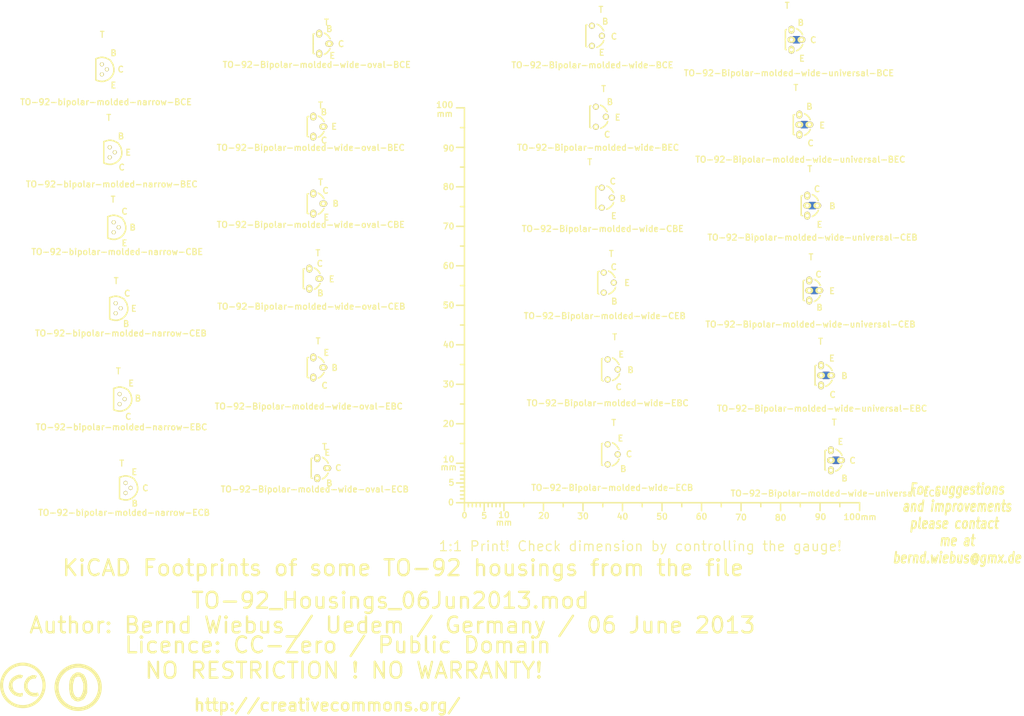
<source format=kicad_pcb>
(kicad_pcb (version 3) (host pcbnew "(2013-03-30 BZR 4007)-stable")

  (general
    (links 0)
    (no_connects 0)
    (area -16.90696 14.1956 274.02378 197.1694)
    (thickness 1.6002)
    (drawings 7)
    (tracks 0)
    (zones 0)
    (modules 27)
    (nets 1)
  )

  (page A4)
  (layers
    (15 Vorderseite signal)
    (0 Rückseite signal)
    (16 B.Adhes user)
    (17 F.Adhes user)
    (18 B.Paste user)
    (19 F.Paste user)
    (20 B.SilkS user)
    (21 F.SilkS user)
    (22 B.Mask user)
    (23 F.Mask user)
    (24 Dwgs.User user)
    (25 Cmts.User user)
    (26 Eco1.User user)
    (27 Eco2.User user)
    (28 Edge.Cuts user)
  )

  (setup
    (last_trace_width 0.2032)
    (trace_clearance 0.254)
    (zone_clearance 0.508)
    (zone_45_only no)
    (trace_min 0.2032)
    (segment_width 0.381)
    (edge_width 0.381)
    (via_size 0.889)
    (via_drill 0.635)
    (via_min_size 0.889)
    (via_min_drill 0.508)
    (uvia_size 0.508)
    (uvia_drill 0.127)
    (uvias_allowed no)
    (uvia_min_size 0.508)
    (uvia_min_drill 0.127)
    (pcb_text_width 0.3048)
    (pcb_text_size 1.524 2.032)
    (mod_edge_width 0.381)
    (mod_text_size 1.524 1.524)
    (mod_text_width 0.3048)
    (pad_size 1.524 1.524)
    (pad_drill 0.8128)
    (pad_to_mask_clearance 0.254)
    (aux_axis_origin 0 0)
    (visible_elements 7FFFFFFF)
    (pcbplotparams
      (layerselection 3178497)
      (usegerberextensions true)
      (excludeedgelayer true)
      (linewidth 60)
      (plotframeref false)
      (viasonmask false)
      (mode 1)
      (useauxorigin false)
      (hpglpennumber 1)
      (hpglpenspeed 20)
      (hpglpendiameter 15)
      (hpglpenoverlay 0)
      (psnegative false)
      (psa4output false)
      (plotreference true)
      (plotvalue true)
      (plotothertext true)
      (plotinvisibletext false)
      (padsonsilk false)
      (subtractmaskfromsilk false)
      (outputformat 1)
      (mirror false)
      (drillshape 1)
      (scaleselection 1)
      (outputdirectory ""))
  )

  (net 0 "")

  (net_class Default "Dies ist die voreingestellte Netzklasse."
    (clearance 0.254)
    (trace_width 0.2032)
    (via_dia 0.889)
    (via_drill 0.635)
    (uvia_dia 0.508)
    (uvia_drill 0.127)
    (add_net "")
  )

  (module Gauge_100mm_Type2_SilkScreenTop_RevA_Date22Jun2010 (layer Vorderseite) (tedit 4D963937) (tstamp 4D88F07A)
    (at 132.75056 141.2494)
    (descr "Gauge, Massstab, 100mm, SilkScreenTop, Type 2,")
    (tags "Gauge, Massstab, 100mm, SilkScreenTop, Type 2,")
    (path Gauge_100mm_Type2_SilkScreenTop_RevA_Date22Jun2010)
    (fp_text reference MSC (at 4.0005 8.99922) (layer F.SilkS) hide
      (effects (font (size 1.524 1.524) (thickness 0.3048)))
    )
    (fp_text value Gauge_100mm_Type2_SilkScreenTop_RevA_Date22Jun2010 (at 45.9994 8.99922) (layer F.SilkS) hide
      (effects (font (size 1.524 1.524) (thickness 0.3048)))
    )
    (fp_text user mm (at 9.99998 5.00126) (layer F.SilkS)
      (effects (font (size 1.524 1.524) (thickness 0.3048)))
    )
    (fp_text user mm (at -4.0005 -8.99922) (layer F.SilkS)
      (effects (font (size 1.524 1.524) (thickness 0.3048)))
    )
    (fp_text user mm (at -5.00126 -98.5012) (layer F.SilkS)
      (effects (font (size 1.524 1.524) (thickness 0.3048)))
    )
    (fp_text user 10 (at 10.00506 3.0988) (layer F.SilkS)
      (effects (font (size 1.50114 1.50114) (thickness 0.29972)))
    )
    (fp_text user 0 (at 0.00508 3.19786) (layer F.SilkS)
      (effects (font (size 1.39954 1.50114) (thickness 0.29972)))
    )
    (fp_text user 5 (at 5.0038 3.29946) (layer F.SilkS)
      (effects (font (size 1.50114 1.50114) (thickness 0.29972)))
    )
    (fp_text user 20 (at 20.1041 3.29946) (layer F.SilkS)
      (effects (font (size 1.50114 1.50114) (thickness 0.29972)))
    )
    (fp_text user 30 (at 30.00502 3.39852) (layer F.SilkS)
      (effects (font (size 1.50114 1.50114) (thickness 0.29972)))
    )
    (fp_text user 40 (at 40.005 3.50012) (layer F.SilkS)
      (effects (font (size 1.50114 1.50114) (thickness 0.29972)))
    )
    (fp_text user 50 (at 50.00498 3.50012) (layer F.SilkS)
      (effects (font (size 1.50114 1.50114) (thickness 0.29972)))
    )
    (fp_text user 60 (at 60.00496 3.50012) (layer F.SilkS)
      (effects (font (size 1.50114 1.50114) (thickness 0.29972)))
    )
    (fp_text user 70 (at 70.00494 3.70078) (layer F.SilkS)
      (effects (font (size 1.50114 1.50114) (thickness 0.29972)))
    )
    (fp_text user 80 (at 80.00492 3.79984) (layer F.SilkS)
      (effects (font (size 1.50114 1.50114) (thickness 0.29972)))
    )
    (fp_text user 90 (at 90.1065 3.60172) (layer F.SilkS)
      (effects (font (size 1.50114 1.50114) (thickness 0.29972)))
    )
    (fp_text user 100mm (at 100.10648 3.60172) (layer F.SilkS)
      (effects (font (size 1.50114 1.50114) (thickness 0.29972)))
    )
    (fp_line (start 0 -8.99922) (end -1.00076 -8.99922) (layer F.SilkS) (width 0.381))
    (fp_line (start 0 -8.001) (end -1.00076 -8.001) (layer F.SilkS) (width 0.381))
    (fp_line (start 0 -7.00024) (end -1.00076 -7.00024) (layer F.SilkS) (width 0.381))
    (fp_line (start 0 -5.99948) (end -1.00076 -5.99948) (layer F.SilkS) (width 0.381))
    (fp_line (start 0 -4.0005) (end -1.00076 -4.0005) (layer F.SilkS) (width 0.381))
    (fp_line (start 0 -2.99974) (end -1.00076 -2.99974) (layer F.SilkS) (width 0.381))
    (fp_line (start 0 -1.99898) (end -1.00076 -1.99898) (layer F.SilkS) (width 0.381))
    (fp_line (start 0 -1.00076) (end -1.00076 -1.00076) (layer F.SilkS) (width 0.381))
    (fp_line (start 0 0) (end -1.99898 0) (layer F.SilkS) (width 0.381))
    (fp_line (start 0 -5.00126) (end -1.99898 -5.00126) (layer F.SilkS) (width 0.381))
    (fp_line (start 0 -9.99998) (end -1.99898 -9.99998) (layer F.SilkS) (width 0.381))
    (fp_line (start 0 -15.00124) (end -1.00076 -15.00124) (layer F.SilkS) (width 0.381))
    (fp_line (start 0 -19.99996) (end -1.99898 -19.99996) (layer F.SilkS) (width 0.381))
    (fp_line (start 0 -25.00122) (end -1.00076 -25.00122) (layer F.SilkS) (width 0.381))
    (fp_line (start 0 -29.99994) (end -1.99898 -29.99994) (layer F.SilkS) (width 0.381))
    (fp_line (start 0 -35.0012) (end -1.00076 -35.0012) (layer F.SilkS) (width 0.381))
    (fp_line (start 0 -39.99992) (end -1.99898 -39.99992) (layer F.SilkS) (width 0.381))
    (fp_line (start 0 -45.00118) (end -1.00076 -45.00118) (layer F.SilkS) (width 0.381))
    (fp_line (start 0 -49.9999) (end -1.99898 -49.9999) (layer F.SilkS) (width 0.381))
    (fp_line (start 0 -55.00116) (end -1.00076 -55.00116) (layer F.SilkS) (width 0.381))
    (fp_line (start 0 -59.99988) (end -1.99898 -59.99988) (layer F.SilkS) (width 0.381))
    (fp_line (start 0 -65.00114) (end -1.00076 -65.00114) (layer F.SilkS) (width 0.381))
    (fp_line (start 0 -69.99986) (end -1.99898 -69.99986) (layer F.SilkS) (width 0.381))
    (fp_line (start 0 -75.00112) (end -1.00076 -75.00112) (layer F.SilkS) (width 0.381))
    (fp_line (start 0 -79.99984) (end -1.99898 -79.99984) (layer F.SilkS) (width 0.381))
    (fp_line (start 0 -85.0011) (end -1.00076 -85.0011) (layer F.SilkS) (width 0.381))
    (fp_line (start 0 -89.99982) (end -1.99898 -89.99982) (layer F.SilkS) (width 0.381))
    (fp_line (start 0 -95.00108) (end -1.00076 -95.00108) (layer F.SilkS) (width 0.381))
    (fp_line (start 0 0) (end 0 -99.9998) (layer F.SilkS) (width 0.381))
    (fp_line (start 0 -99.9998) (end -1.99898 -99.9998) (layer F.SilkS) (width 0.381))
    (fp_text user 100 (at -4.99872 -100.7491) (layer F.SilkS)
      (effects (font (size 1.50114 1.50114) (thickness 0.29972)))
    )
    (fp_text user 90 (at -4.0005 -89.7509) (layer F.SilkS)
      (effects (font (size 1.50114 1.50114) (thickness 0.29972)))
    )
    (fp_text user 80 (at -4.0005 -79.99984) (layer F.SilkS)
      (effects (font (size 1.50114 1.50114) (thickness 0.29972)))
    )
    (fp_text user 70 (at -4.0005 -69.99986) (layer F.SilkS)
      (effects (font (size 1.50114 1.50114) (thickness 0.29972)))
    )
    (fp_text user 60 (at -4.0005 -59.99988) (layer F.SilkS)
      (effects (font (size 1.50114 1.50114) (thickness 0.29972)))
    )
    (fp_text user 50 (at -4.0005 -49.9999) (layer F.SilkS)
      (effects (font (size 1.50114 1.50114) (thickness 0.34036)))
    )
    (fp_text user 40 (at -4.0005 -39.99992) (layer F.SilkS)
      (effects (font (size 1.50114 1.50114) (thickness 0.29972)))
    )
    (fp_text user 30 (at -4.0005 -29.99994) (layer F.SilkS)
      (effects (font (size 1.50114 1.50114) (thickness 0.29972)))
    )
    (fp_text user 20 (at -4.0005 -19.99996) (layer F.SilkS)
      (effects (font (size 1.50114 1.50114) (thickness 0.29972)))
    )
    (fp_line (start 95.00108 0) (end 95.00108 1.00076) (layer F.SilkS) (width 0.381))
    (fp_line (start 89.99982 0) (end 89.99982 1.99898) (layer F.SilkS) (width 0.381))
    (fp_line (start 85.0011 0) (end 85.0011 1.00076) (layer F.SilkS) (width 0.381))
    (fp_line (start 79.99984 0) (end 79.99984 1.99898) (layer F.SilkS) (width 0.381))
    (fp_line (start 75.00112 0) (end 75.00112 1.00076) (layer F.SilkS) (width 0.381))
    (fp_line (start 69.99986 0) (end 69.99986 1.99898) (layer F.SilkS) (width 0.381))
    (fp_line (start 65.00114 0) (end 65.00114 1.00076) (layer F.SilkS) (width 0.381))
    (fp_line (start 59.99988 0) (end 59.99988 1.99898) (layer F.SilkS) (width 0.381))
    (fp_line (start 55.00116 0) (end 55.00116 1.00076) (layer F.SilkS) (width 0.381))
    (fp_line (start 49.9999 0) (end 49.9999 1.99898) (layer F.SilkS) (width 0.381))
    (fp_line (start 45.00118 0) (end 45.00118 1.00076) (layer F.SilkS) (width 0.381))
    (fp_line (start 39.99992 0) (end 39.99992 1.99898) (layer F.SilkS) (width 0.381))
    (fp_line (start 35.0012 0) (end 35.0012 1.00076) (layer F.SilkS) (width 0.381))
    (fp_line (start 29.99994 0) (end 29.99994 1.99898) (layer F.SilkS) (width 0.381))
    (fp_line (start 25.00122 0) (end 25.00122 1.00076) (layer F.SilkS) (width 0.381))
    (fp_line (start 19.99996 0) (end 19.99996 1.99898) (layer F.SilkS) (width 0.381))
    (fp_line (start 15.00124 0) (end 15.00124 1.00076) (layer F.SilkS) (width 0.381))
    (fp_line (start 9.99998 0) (end 99.9998 0) (layer F.SilkS) (width 0.381))
    (fp_line (start 99.9998 0) (end 99.9998 1.99898) (layer F.SilkS) (width 0.381))
    (fp_text user 5 (at -3.302 -5.10286) (layer F.SilkS)
      (effects (font (size 1.50114 1.50114) (thickness 0.29972)))
    )
    (fp_text user 0 (at -3.4036 -0.10414) (layer F.SilkS)
      (effects (font (size 1.50114 1.50114) (thickness 0.29972)))
    )
    (fp_text user 10 (at -4.0005 -11.00074) (layer F.SilkS)
      (effects (font (size 1.50114 1.50114) (thickness 0.29972)))
    )
    (fp_line (start 8.99922 0) (end 8.99922 1.00076) (layer F.SilkS) (width 0.381))
    (fp_line (start 8.001 0) (end 8.001 1.00076) (layer F.SilkS) (width 0.381))
    (fp_line (start 7.00024 0) (end 7.00024 1.00076) (layer F.SilkS) (width 0.381))
    (fp_line (start 5.99948 0) (end 5.99948 1.00076) (layer F.SilkS) (width 0.381))
    (fp_line (start 4.0005 0) (end 4.0005 1.00076) (layer F.SilkS) (width 0.381))
    (fp_line (start 2.99974 0) (end 2.99974 1.00076) (layer F.SilkS) (width 0.381))
    (fp_line (start 1.99898 0) (end 1.99898 1.00076) (layer F.SilkS) (width 0.381))
    (fp_line (start 1.00076 0) (end 1.00076 1.00076) (layer F.SilkS) (width 0.381))
    (fp_line (start 5.00126 0) (end 5.00126 1.99898) (layer F.SilkS) (width 0.381))
    (fp_line (start 0 0) (end 0 1.99898) (layer F.SilkS) (width 0.381))
    (fp_line (start 0 0) (end 9.99998 0) (layer F.SilkS) (width 0.381))
    (fp_line (start 9.99998 0) (end 9.99998 1.99898) (layer F.SilkS) (width 0.381))
  )

  (module Symbol_CC-PublicDomain_SilkScreenTop_Big (layer Vorderseite) (tedit 515D641F) (tstamp 515F0B64)
    (at 35 188)
    (descr "Symbol, CC-PublicDomain, SilkScreen Top, Big,")
    (tags "Symbol, CC-PublicDomain, SilkScreen Top, Big,")
    (path Symbol_CC-Noncommercial_CopperTop_Big)
    (fp_text reference Sym (at 0.59944 -7.29996) (layer F.SilkS) hide
      (effects (font (size 1.524 1.524) (thickness 0.3048)))
    )
    (fp_text value Symbol_CC-PublicDomain_SilkScreenTop_Big (at 0.59944 8.001) (layer F.SilkS) hide
      (effects (font (size 1.524 1.524) (thickness 0.3048)))
    )
    (fp_circle (center 0 0) (end 5.8 -0.05) (layer F.SilkS) (width 0.381))
    (fp_circle (center 0 0) (end 5.5 0) (layer F.SilkS) (width 0.381))
    (fp_circle (center 0.05 0) (end 5.25 0) (layer F.SilkS) (width 0.381))
    (fp_line (start 1.1 -2.5) (end 1.4 -1.9) (layer F.SilkS) (width 0.381))
    (fp_line (start -1.8 1.2) (end -1.6 1.9) (layer F.SilkS) (width 0.381))
    (fp_line (start -1.6 1.9) (end -1.2 2.5) (layer F.SilkS) (width 0.381))
    (fp_line (start 0 -3) (end 0.75 -2.75) (layer F.SilkS) (width 0.381))
    (fp_line (start 0.75 -2.75) (end 1 -2.25) (layer F.SilkS) (width 0.381))
    (fp_line (start 1 -2.25) (end 1.5 -1) (layer F.SilkS) (width 0.381))
    (fp_line (start 1.5 -1) (end 1.5 -0.5) (layer F.SilkS) (width 0.381))
    (fp_line (start 1.5 -0.5) (end 1.5 0.5) (layer F.SilkS) (width 0.381))
    (fp_line (start 1.5 0.5) (end 1.25 1.5) (layer F.SilkS) (width 0.381))
    (fp_line (start 1.25 1.5) (end 0.75 2.5) (layer F.SilkS) (width 0.381))
    (fp_line (start 0.75 2.5) (end 0.25 2.75) (layer F.SilkS) (width 0.381))
    (fp_line (start 0.25 2.75) (end -0.25 2.75) (layer F.SilkS) (width 0.381))
    (fp_line (start -0.25 2.75) (end -0.75 2.5) (layer F.SilkS) (width 0.381))
    (fp_line (start -0.75 2.5) (end -1.25 1.75) (layer F.SilkS) (width 0.381))
    (fp_line (start -1.25 1.75) (end -1.5 0.75) (layer F.SilkS) (width 0.381))
    (fp_line (start -1.5 0.75) (end -1.5 -0.75) (layer F.SilkS) (width 0.381))
    (fp_line (start -1.5 -0.75) (end -1.25 -1.75) (layer F.SilkS) (width 0.381))
    (fp_line (start -1.25 -1.75) (end -1 -2.5) (layer F.SilkS) (width 0.381))
    (fp_line (start -1 -2.5) (end -0.3 -2.9) (layer F.SilkS) (width 0.381))
    (fp_line (start -0.3 -2.9) (end 0.2 -3) (layer F.SilkS) (width 0.381))
    (fp_line (start 0.2 -3) (end 0.8 -3) (layer F.SilkS) (width 0.381))
    (fp_line (start 0.8 -3) (end 1.4 -2.3) (layer F.SilkS) (width 0.381))
    (fp_line (start 1.4 -2.3) (end 1.6 -1.4) (layer F.SilkS) (width 0.381))
    (fp_line (start 1.6 -1.4) (end 1.7 -0.3) (layer F.SilkS) (width 0.381))
    (fp_line (start 1.7 -0.3) (end 1.7 0.9) (layer F.SilkS) (width 0.381))
    (fp_line (start 1.7 0.9) (end 1.4 1.8) (layer F.SilkS) (width 0.381))
    (fp_line (start 1.4 1.8) (end 1 2.7) (layer F.SilkS) (width 0.381))
    (fp_line (start 1 2.7) (end 0.5 3) (layer F.SilkS) (width 0.381))
    (fp_line (start 0.5 3) (end -0.4 3) (layer F.SilkS) (width 0.381))
    (fp_line (start -0.4 3) (end -1.3 2.3) (layer F.SilkS) (width 0.381))
    (fp_line (start -1.3 2.3) (end -1.7 1) (layer F.SilkS) (width 0.381))
    (fp_line (start -1.7 1) (end -1.8 -0.7) (layer F.SilkS) (width 0.381))
    (fp_line (start -1.8 -0.7) (end -1.4 -2.2) (layer F.SilkS) (width 0.381))
    (fp_line (start -1.4 -2.2) (end -1 -2.9) (layer F.SilkS) (width 0.381))
    (fp_line (start -1 -2.9) (end -0.2 -3.3) (layer F.SilkS) (width 0.381))
    (fp_line (start -0.2 -3.3) (end 0.7 -3.2) (layer F.SilkS) (width 0.381))
    (fp_line (start 0.7 -3.2) (end 1.3 -3.1) (layer F.SilkS) (width 0.381))
    (fp_line (start 1.3 -3.1) (end 1.7 -2.4) (layer F.SilkS) (width 0.381))
    (fp_line (start 1.7 -2.4) (end 2 -1.6) (layer F.SilkS) (width 0.381))
    (fp_line (start 2 -1.6) (end 2.1 -0.6) (layer F.SilkS) (width 0.381))
    (fp_line (start 2.1 -0.6) (end 2.1 0.3) (layer F.SilkS) (width 0.381))
    (fp_line (start 2.1 0.3) (end 2.1 1.3) (layer F.SilkS) (width 0.381))
    (fp_line (start 2.1 1.3) (end 1.9 1.8) (layer F.SilkS) (width 0.381))
    (fp_line (start 1.9 1.8) (end 1.5 2.6) (layer F.SilkS) (width 0.381))
    (fp_line (start 1.5 2.6) (end 1.1 3) (layer F.SilkS) (width 0.381))
    (fp_line (start 1.1 3) (end 0.4 3.3) (layer F.SilkS) (width 0.381))
    (fp_line (start 0.4 3.3) (end -0.1 3.4) (layer F.SilkS) (width 0.381))
    (fp_line (start -0.1 3.4) (end -0.8 3.2) (layer F.SilkS) (width 0.381))
    (fp_line (start -0.8 3.2) (end -1.5 2.6) (layer F.SilkS) (width 0.381))
    (fp_line (start -1.5 2.6) (end -1.9 1.7) (layer F.SilkS) (width 0.381))
    (fp_line (start -1.9 1.7) (end -2.1 0.4) (layer F.SilkS) (width 0.381))
    (fp_line (start -2.1 0.4) (end -2.1 -0.6) (layer F.SilkS) (width 0.381))
    (fp_line (start -2.1 -0.6) (end -2 -1.6) (layer F.SilkS) (width 0.381))
    (fp_line (start -2 -1.6) (end -1.7 -2.4) (layer F.SilkS) (width 0.381))
    (fp_line (start -1.7 -2.4) (end -1.2 -3.1) (layer F.SilkS) (width 0.381))
    (fp_line (start -1.2 -3.1) (end -0.4 -3.6) (layer F.SilkS) (width 0.381))
    (fp_line (start -0.4 -3.6) (end 0.4 -3.6) (layer F.SilkS) (width 0.381))
    (fp_line (start 0.4 -3.6) (end 1.1 -3.2) (layer F.SilkS) (width 0.381))
    (fp_line (start 1.1 -3.2) (end 1.1 -2.9) (layer F.SilkS) (width 0.381))
    (fp_line (start 1.1 -2.9) (end 1.8 -1.5) (layer F.SilkS) (width 0.381))
    (fp_line (start 1.8 -1.5) (end 1.8 -0.4) (layer F.SilkS) (width 0.381))
    (fp_line (start 1.8 -0.4) (end 1.8 1.1) (layer F.SilkS) (width 0.381))
    (fp_line (start 1.8 1.1) (end 1.2 2.6) (layer F.SilkS) (width 0.381))
    (fp_line (start 1.2 2.6) (end 0.2 3.2) (layer F.SilkS) (width 0.381))
    (fp_line (start 0.2 3.2) (end -0.5 3.2) (layer F.SilkS) (width 0.381))
    (fp_line (start -0.5 3.2) (end -1.1 2.7) (layer F.SilkS) (width 0.381))
    (fp_line (start -1.1 2.7) (end -1.9 0.6) (layer F.SilkS) (width 0.381))
    (fp_line (start -1.9 0.6) (end -1.7 -1.9) (layer F.SilkS) (width 0.381))
  )

  (module Symbol_CreativeCommons_SilkScreenTop_Type2_Big (layer Vorderseite) (tedit 515D640C) (tstamp 515F46B2)
    (at 21 187.5)
    (descr "Symbol, Creative Commons, SilkScreen Top, Type 2, Big,")
    (tags "Symbol, Creative Commons, SilkScreen Top, Type 2, Big,")
    (path Symbol_CreativeCommons_CopperTop_Type2_Big)
    (fp_text reference Sym (at 0.59944 -7.29996) (layer F.SilkS) hide
      (effects (font (size 1.524 1.524) (thickness 0.3048)))
    )
    (fp_text value Symbol_CreativeCommons_Typ2_SilkScreenTop_Big (at 0.59944 8.001) (layer F.SilkS) hide
      (effects (font (size 1.524 1.524) (thickness 0.3048)))
    )
    (fp_line (start -0.70104 2.70002) (end -0.29972 2.60096) (layer F.SilkS) (width 0.381))
    (fp_line (start -0.29972 2.60096) (end -0.20066 2.10058) (layer F.SilkS) (width 0.381))
    (fp_line (start -2.49936 -1.69926) (end -2.70002 -1.6002) (layer F.SilkS) (width 0.381))
    (fp_line (start -2.70002 -1.6002) (end -3.0988 -1.00076) (layer F.SilkS) (width 0.381))
    (fp_line (start -3.0988 -1.00076) (end -3.29946 -0.50038) (layer F.SilkS) (width 0.381))
    (fp_line (start -3.29946 -0.50038) (end -3.40106 0.39878) (layer F.SilkS) (width 0.381))
    (fp_line (start -3.40106 0.39878) (end -3.29946 0.89916) (layer F.SilkS) (width 0.381))
    (fp_line (start -0.19812 2.4003) (end -0.29718 2.59842) (layer F.SilkS) (width 0.381))
    (fp_line (start 3.70078 2.10058) (end 3.79984 2.4003) (layer F.SilkS) (width 0.381))
    (fp_line (start 2.99974 -2.4003) (end 3.29946 -2.30124) (layer F.SilkS) (width 0.381))
    (fp_line (start 3.29946 -2.30124) (end 3.0988 -1.99898) (layer F.SilkS) (width 0.381))
    (fp_line (start 0 -5.40004) (end -0.50038 -5.40004) (layer F.SilkS) (width 0.381))
    (fp_line (start -0.50038 -5.40004) (end -1.30048 -5.10032) (layer F.SilkS) (width 0.381))
    (fp_line (start -1.30048 -5.10032) (end -1.99898 -4.89966) (layer F.SilkS) (width 0.381))
    (fp_line (start -1.99898 -4.89966) (end -2.70002 -4.699) (layer F.SilkS) (width 0.381))
    (fp_line (start -2.70002 -4.699) (end -3.29946 -4.20116) (layer F.SilkS) (width 0.381))
    (fp_line (start -3.29946 -4.20116) (end -4.0005 -3.59918) (layer F.SilkS) (width 0.381))
    (fp_line (start -4.0005 -3.59918) (end -4.50088 -2.99974) (layer F.SilkS) (width 0.381))
    (fp_line (start -4.50088 -2.99974) (end -5.00126 -2.10058) (layer F.SilkS) (width 0.381))
    (fp_line (start -5.00126 -2.10058) (end -5.30098 -1.09982) (layer F.SilkS) (width 0.381))
    (fp_line (start -5.30098 -1.09982) (end -5.40004 0.09906) (layer F.SilkS) (width 0.381))
    (fp_line (start -5.40004 0.09906) (end -5.19938 1.30048) (layer F.SilkS) (width 0.381))
    (fp_line (start -5.19938 1.30048) (end -4.8006 2.4003) (layer F.SilkS) (width 0.381))
    (fp_line (start -4.8006 2.4003) (end -3.79984 3.8989) (layer F.SilkS) (width 0.381))
    (fp_line (start -3.79984 3.8989) (end -2.60096 4.8006) (layer F.SilkS) (width 0.381))
    (fp_line (start -2.60096 4.8006) (end -1.30048 5.30098) (layer F.SilkS) (width 0.381))
    (fp_line (start -1.30048 5.30098) (end 0.09906 5.30098) (layer F.SilkS) (width 0.381))
    (fp_line (start 0.09906 5.30098) (end 1.6002 5.19938) (layer F.SilkS) (width 0.381))
    (fp_line (start 1.6002 5.19938) (end 2.60096 4.699) (layer F.SilkS) (width 0.381))
    (fp_line (start 2.60096 4.699) (end 4.20116 3.40106) (layer F.SilkS) (width 0.381))
    (fp_line (start 4.20116 3.40106) (end 5.00126 1.80086) (layer F.SilkS) (width 0.381))
    (fp_line (start 5.00126 1.80086) (end 5.40004 0.29972) (layer F.SilkS) (width 0.381))
    (fp_line (start 5.40004 0.29972) (end 5.19938 -1.39954) (layer F.SilkS) (width 0.381))
    (fp_line (start 5.19938 -1.39954) (end 4.699 -2.49936) (layer F.SilkS) (width 0.381))
    (fp_line (start 4.699 -2.49936) (end 3.40106 -4.09956) (layer F.SilkS) (width 0.381))
    (fp_line (start 3.40106 -4.09956) (end 2.4003 -4.8006) (layer F.SilkS) (width 0.381))
    (fp_line (start 2.4003 -4.8006) (end 1.39954 -5.19938) (layer F.SilkS) (width 0.381))
    (fp_line (start 1.39954 -5.19938) (end 0 -5.30098) (layer F.SilkS) (width 0.381))
    (fp_line (start 0.60198 -0.70104) (end 0.50292 -0.20066) (layer F.SilkS) (width 0.381))
    (fp_line (start 0.50292 -0.20066) (end 0.50292 0.49784) (layer F.SilkS) (width 0.381))
    (fp_line (start 0.50292 0.49784) (end 0.60198 1.09982) (layer F.SilkS) (width 0.381))
    (fp_line (start 0.60198 1.09982) (end 1.00076 1.69926) (layer F.SilkS) (width 0.381))
    (fp_line (start 1.00076 1.69926) (end 1.50114 2.19964) (layer F.SilkS) (width 0.381))
    (fp_line (start 1.50114 2.19964) (end 2.10058 2.49936) (layer F.SilkS) (width 0.381))
    (fp_line (start 2.10058 2.49936) (end 2.60096 2.59842) (layer F.SilkS) (width 0.381))
    (fp_line (start 2.60096 2.59842) (end 3.00228 2.59842) (layer F.SilkS) (width 0.381))
    (fp_line (start 3.00228 2.59842) (end 3.40106 2.59842) (layer F.SilkS) (width 0.381))
    (fp_line (start 3.40106 2.59842) (end 3.80238 2.49936) (layer F.SilkS) (width 0.381))
    (fp_line (start 3.80238 2.49936) (end 3.70078 2.2987) (layer F.SilkS) (width 0.381))
    (fp_line (start 3.70078 2.2987) (end 2.80162 2.4003) (layer F.SilkS) (width 0.381))
    (fp_line (start 2.80162 2.4003) (end 1.80086 2.09804) (layer F.SilkS) (width 0.381))
    (fp_line (start 1.80086 2.09804) (end 1.20142 1.6002) (layer F.SilkS) (width 0.381))
    (fp_line (start 1.20142 1.6002) (end 0.80264 0.6985) (layer F.SilkS) (width 0.381))
    (fp_line (start 0.80264 0.6985) (end 0.70104 -0.29972) (layer F.SilkS) (width 0.381))
    (fp_line (start 0.70104 -0.29972) (end 1.00076 -1.00076) (layer F.SilkS) (width 0.381))
    (fp_line (start 1.00076 -1.00076) (end 1.60274 -1.7018) (layer F.SilkS) (width 0.381))
    (fp_line (start 1.60274 -1.7018) (end 2.30124 -2.10058) (layer F.SilkS) (width 0.381))
    (fp_line (start 2.30124 -2.10058) (end 3.00228 -2.10058) (layer F.SilkS) (width 0.381))
    (fp_line (start 3.00228 -2.10058) (end 3.10134 -1.89992) (layer F.SilkS) (width 0.381))
    (fp_line (start 3.10134 -1.89992) (end 2.5019 -1.89992) (layer F.SilkS) (width 0.381))
    (fp_line (start 2.5019 -1.89992) (end 1.80086 -1.6002) (layer F.SilkS) (width 0.381))
    (fp_line (start 1.80086 -1.6002) (end 1.30048 -1.00076) (layer F.SilkS) (width 0.381))
    (fp_line (start 1.30048 -1.00076) (end 1.00076 -0.40132) (layer F.SilkS) (width 0.381))
    (fp_line (start 1.00076 -0.40132) (end 1.00076 0.09906) (layer F.SilkS) (width 0.381))
    (fp_line (start 1.00076 0.09906) (end 1.00076 0.6985) (layer F.SilkS) (width 0.381))
    (fp_line (start 1.00076 0.6985) (end 1.30048 1.19888) (layer F.SilkS) (width 0.381))
    (fp_line (start 1.30048 1.19888) (end 1.7018 1.69926) (layer F.SilkS) (width 0.381))
    (fp_line (start 1.7018 1.69926) (end 2.30124 1.99898) (layer F.SilkS) (width 0.381))
    (fp_line (start 2.30124 1.99898) (end 2.90068 2.09804) (layer F.SilkS) (width 0.381))
    (fp_line (start 2.90068 2.09804) (end 3.40106 2.09804) (layer F.SilkS) (width 0.381))
    (fp_line (start 3.40106 2.09804) (end 3.70078 1.99898) (layer F.SilkS) (width 0.381))
    (fp_line (start 3.00228 -2.4003) (end 2.40284 -2.4003) (layer F.SilkS) (width 0.381))
    (fp_line (start 2.40284 -2.4003) (end 2.00152 -2.20218) (layer F.SilkS) (width 0.381))
    (fp_line (start 2.00152 -2.20218) (end 1.50114 -2.00152) (layer F.SilkS) (width 0.381))
    (fp_line (start 1.50114 -2.00152) (end 1.10236 -1.6002) (layer F.SilkS) (width 0.381))
    (fp_line (start 1.10236 -1.6002) (end 0.80264 -1.09982) (layer F.SilkS) (width 0.381))
    (fp_line (start 0.80264 -1.09982) (end 0.60198 -0.70104) (layer F.SilkS) (width 0.381))
    (fp_line (start -0.39878 -1.99898) (end -0.89916 -1.99898) (layer F.SilkS) (width 0.381))
    (fp_line (start -0.89916 -1.99898) (end -1.39954 -1.89738) (layer F.SilkS) (width 0.381))
    (fp_line (start -1.39954 -1.89738) (end -1.89992 -1.59766) (layer F.SilkS) (width 0.381))
    (fp_line (start -1.89992 -1.59766) (end -2.4003 -1.19888) (layer F.SilkS) (width 0.381))
    (fp_line (start -2.4003 -1.30048) (end -2.70002 -0.8001) (layer F.SilkS) (width 0.381))
    (fp_line (start -2.70002 -0.8001) (end -2.79908 -0.29972) (layer F.SilkS) (width 0.381))
    (fp_line (start -2.79908 -0.29972) (end -2.79908 0.20066) (layer F.SilkS) (width 0.381))
    (fp_line (start -2.79908 0.20066) (end -2.59842 1.00076) (layer F.SilkS) (width 0.381))
    (fp_line (start -2.69748 1.00076) (end -2.39776 1.39954) (layer F.SilkS) (width 0.381))
    (fp_line (start -2.29616 1.4986) (end -1.79578 1.89992) (layer F.SilkS) (width 0.381))
    (fp_line (start -1.79578 1.89992) (end -1.29794 2.09804) (layer F.SilkS) (width 0.381))
    (fp_line (start -1.29794 2.09804) (end -0.89662 2.19964) (layer F.SilkS) (width 0.381))
    (fp_line (start -0.89662 2.19964) (end -0.49784 2.19964) (layer F.SilkS) (width 0.381))
    (fp_line (start -0.49784 2.19964) (end -0.19812 2.09804) (layer F.SilkS) (width 0.381))
    (fp_line (start -0.19812 2.09804) (end -0.29718 2.4003) (layer F.SilkS) (width 0.381))
    (fp_line (start -0.29718 2.4003) (end -0.89662 2.49936) (layer F.SilkS) (width 0.381))
    (fp_line (start -0.89662 2.49936) (end -1.59766 2.2987) (layer F.SilkS) (width 0.381))
    (fp_line (start -1.59766 2.2987) (end -2.29616 1.79832) (layer F.SilkS) (width 0.381))
    (fp_line (start -2.29616 1.79832) (end -2.79654 1.29794) (layer F.SilkS) (width 0.381))
    (fp_line (start -2.79908 1.39954) (end -2.99974 0.70104) (layer F.SilkS) (width 0.381))
    (fp_line (start -2.99974 0.70104) (end -3.0988 0) (layer F.SilkS) (width 0.381))
    (fp_line (start -3.0988 0) (end -2.99974 -0.59944) (layer F.SilkS) (width 0.381))
    (fp_line (start -2.99974 -0.8001) (end -2.70002 -1.30048) (layer F.SilkS) (width 0.381))
    (fp_line (start -2.70002 -1.09982) (end -2.19964 -1.6002) (layer F.SilkS) (width 0.381))
    (fp_line (start -2.19964 -1.69926) (end -1.69926 -1.99898) (layer F.SilkS) (width 0.381))
    (fp_line (start -1.69926 -1.99898) (end -1.19888 -2.19964) (layer F.SilkS) (width 0.381))
    (fp_line (start -1.19888 -2.19964) (end -0.6985 -2.19964) (layer F.SilkS) (width 0.381))
    (fp_line (start -0.6985 -2.19964) (end -0.29972 -2.19964) (layer F.SilkS) (width 0.381))
    (fp_line (start -0.29972 -2.19964) (end -0.20066 -2.39776) (layer F.SilkS) (width 0.381))
    (fp_line (start -0.20066 -2.39776) (end -0.59944 -2.49936) (layer F.SilkS) (width 0.381))
    (fp_line (start -0.59944 -2.49936) (end -1.00076 -2.49936) (layer F.SilkS) (width 0.381))
    (fp_line (start -1.00076 -2.49936) (end -1.4986 -2.39776) (layer F.SilkS) (width 0.381))
    (fp_line (start -1.4986 -2.39776) (end -2.10058 -2.09804) (layer F.SilkS) (width 0.381))
    (fp_line (start -2.10058 -2.09804) (end -2.59842 -1.69926) (layer F.SilkS) (width 0.381))
    (fp_line (start -2.59842 -1.6002) (end -3.0988 -0.89916) (layer F.SilkS) (width 0.381))
    (fp_line (start -3.0988 -0.89916) (end -3.29946 -0.29972) (layer F.SilkS) (width 0.381))
    (fp_line (start -3.29946 -0.29972) (end -3.29946 0.40132) (layer F.SilkS) (width 0.381))
    (fp_line (start -3.29946 0.40132) (end -3.2004 1.00076) (layer F.SilkS) (width 0.381))
    (fp_line (start -3.29946 0.8001) (end -2.99974 1.39954) (layer F.SilkS) (width 0.381))
    (fp_line (start -2.89814 1.4986) (end -2.49682 1.99898) (layer F.SilkS) (width 0.381))
    (fp_line (start -2.49682 1.99898) (end -1.89738 2.4003) (layer F.SilkS) (width 0.381))
    (fp_line (start -1.89738 2.4003) (end -1.19634 2.59842) (layer F.SilkS) (width 0.381))
    (fp_line (start -1.19634 2.59842) (end -0.69596 2.70002) (layer F.SilkS) (width 0.381))
    (fp_line (start -2.9972 1.19888) (end -2.59842 1.19888) (layer F.SilkS) (width 0.381))
    (fp_circle (center 0 0) (end 5.08 1.016) (layer F.SilkS) (width 0.381))
    (fp_circle (center 0 0) (end 5.588 0) (layer F.SilkS) (width 0.381))
  )

  (module TO-92-bipolar-molded-narrow-BCE (layer Vorderseite) (tedit 4B72A9DD) (tstamp 51B06193)
    (at 41 31.5)
    (descr "TO-92 Bipolar molded narrow Drill 0,6mm BCE")
    (tags "TO-92 Bipolar molded narrow Drill 0,6mm BCE")
    (fp_text reference T (at 0.0889 -8.7884) (layer F.SilkS)
      (effects (font (size 1.524 1.524) (thickness 0.3048)))
    )
    (fp_text value TO-92-bipolar-molded-narrow-BCE (at 1.0414 8.2804) (layer F.SilkS)
      (effects (font (size 1.524 1.524) (thickness 0.3048)))
    )
    (fp_text user E (at 2.9083 4.0513) (layer F.SilkS)
      (effects (font (size 1.50114 1.50114) (thickness 0.29972)))
    )
    (fp_text user B (at 2.9464 -4.1402) (layer F.SilkS)
      (effects (font (size 1.50114 1.50114) (thickness 0.29972)))
    )
    (fp_text user C (at 4.7752 0.0127) (layer F.SilkS)
      (effects (font (size 1.50114 1.50114) (thickness 0.29972)))
    )
    (fp_line (start 3.048 0) (end 3.048 0.508) (layer F.SilkS) (width 0.381))
    (fp_line (start 3.048 0.508) (end 2.921 1.016) (layer F.SilkS) (width 0.381))
    (fp_line (start 2.921 1.016) (end 2.667 1.524) (layer F.SilkS) (width 0.381))
    (fp_line (start 2.667 1.524) (end 2.413 1.905) (layer F.SilkS) (width 0.381))
    (fp_line (start 2.413 1.905) (end 2.032 2.286) (layer F.SilkS) (width 0.381))
    (fp_line (start 2.032 2.286) (end 1.524 2.667) (layer F.SilkS) (width 0.381))
    (fp_line (start 1.524 2.667) (end 0.889 2.921) (layer F.SilkS) (width 0.381))
    (fp_line (start 0.889 2.921) (end 0.381 3.048) (layer F.SilkS) (width 0.381))
    (fp_line (start 0.381 3.048) (end -0.254 3.048) (layer F.SilkS) (width 0.381))
    (fp_line (start -0.254 3.048) (end -0.889 2.921) (layer F.SilkS) (width 0.381))
    (fp_line (start -0.889 2.921) (end -1.27 2.794) (layer F.SilkS) (width 0.381))
    (fp_line (start -1.27 2.794) (end -1.524 2.667) (layer F.SilkS) (width 0.381))
    (fp_line (start -1.143 -2.794) (end -0.762 -2.921) (layer F.SilkS) (width 0.381))
    (fp_line (start -0.762 -2.921) (end -0.254 -3.048) (layer F.SilkS) (width 0.381))
    (fp_line (start -0.254 -3.048) (end 0.254 -3.048) (layer F.SilkS) (width 0.381))
    (fp_line (start 0.254 -3.048) (end 0.889 -2.921) (layer F.SilkS) (width 0.381))
    (fp_line (start 0.889 -2.921) (end 1.524 -2.667) (layer F.SilkS) (width 0.381))
    (fp_line (start 1.524 -2.667) (end 2.159 -2.286) (layer F.SilkS) (width 0.381))
    (fp_line (start 2.159 -2.286) (end 2.54 -1.651) (layer F.SilkS) (width 0.381))
    (fp_line (start 2.54 -1.651) (end 2.794 -1.27) (layer F.SilkS) (width 0.381))
    (fp_line (start 2.794 -1.27) (end 2.921 -0.762) (layer F.SilkS) (width 0.381))
    (fp_line (start 2.921 -0.762) (end 3.048 -0.254) (layer F.SilkS) (width 0.381))
    (fp_line (start 3.048 -0.254) (end 3.048 0) (layer F.SilkS) (width 0.381))
    (fp_line (start -1.524 -2.667) (end -1.27 -2.794) (layer F.SilkS) (width 0.381))
    (fp_line (start -1.524 -2.667) (end -1.524 2.667) (layer F.SilkS) (width 0.381))
    (pad C thru_hole circle (at 1.27 0) (size 1.00076 1.00076) (drill 0.59944)
      (layers *.Cu *.Mask F.SilkS)
    )
    (pad E thru_hole circle (at 0 1.27) (size 1.00076 1.00076) (drill 0.59944)
      (layers *.Cu *.Mask F.SilkS)
    )
    (pad B thru_hole circle (at 0 -1.27) (size 1.00076 1.00076) (drill 0.59944)
      (layers *.Cu *.Mask F.SilkS)
    )
  )

  (module TO-92-bipolar-molded-narrow-BEC (layer Vorderseite) (tedit 4B72A97F) (tstamp 51B062E8)
    (at 43 52.5)
    (descr "TO-92 Bipolar molded narrow Drill 0,6mm BEC")
    (tags "TO-92 Bipolar molded narrow Drill 0,6mm BEC")
    (fp_text reference T (at -0.254 -8.7503) (layer F.SilkS)
      (effects (font (size 1.524 1.524) (thickness 0.3048)))
    )
    (fp_text value TO-92-bipolar-molded-narrow-BEC (at 0.508 8.0899) (layer F.SilkS)
      (effects (font (size 1.524 1.524) (thickness 0.3048)))
    )
    (fp_text user E (at 4.6609 0.0508) (layer F.SilkS)
      (effects (font (size 1.50114 1.50114) (thickness 0.29972)))
    )
    (fp_text user B (at 2.8321 -4.064) (layer F.SilkS)
      (effects (font (size 1.50114 1.50114) (thickness 0.29972)))
    )
    (fp_text user C (at 3.0226 3.8227) (layer F.SilkS)
      (effects (font (size 1.50114 1.50114) (thickness 0.29972)))
    )
    (fp_line (start 3.048 0) (end 3.048 0.508) (layer F.SilkS) (width 0.381))
    (fp_line (start 3.048 0.508) (end 2.921 1.016) (layer F.SilkS) (width 0.381))
    (fp_line (start 2.921 1.016) (end 2.667 1.524) (layer F.SilkS) (width 0.381))
    (fp_line (start 2.667 1.524) (end 2.413 1.905) (layer F.SilkS) (width 0.381))
    (fp_line (start 2.413 1.905) (end 2.032 2.286) (layer F.SilkS) (width 0.381))
    (fp_line (start 2.032 2.286) (end 1.524 2.667) (layer F.SilkS) (width 0.381))
    (fp_line (start 1.524 2.667) (end 0.889 2.921) (layer F.SilkS) (width 0.381))
    (fp_line (start 0.889 2.921) (end 0.381 3.048) (layer F.SilkS) (width 0.381))
    (fp_line (start 0.381 3.048) (end -0.254 3.048) (layer F.SilkS) (width 0.381))
    (fp_line (start -0.254 3.048) (end -0.889 2.921) (layer F.SilkS) (width 0.381))
    (fp_line (start -0.889 2.921) (end -1.27 2.794) (layer F.SilkS) (width 0.381))
    (fp_line (start -1.27 2.794) (end -1.524 2.667) (layer F.SilkS) (width 0.381))
    (fp_line (start -1.143 -2.794) (end -0.762 -2.921) (layer F.SilkS) (width 0.381))
    (fp_line (start -0.762 -2.921) (end -0.254 -3.048) (layer F.SilkS) (width 0.381))
    (fp_line (start -0.254 -3.048) (end 0.254 -3.048) (layer F.SilkS) (width 0.381))
    (fp_line (start 0.254 -3.048) (end 0.889 -2.921) (layer F.SilkS) (width 0.381))
    (fp_line (start 0.889 -2.921) (end 1.524 -2.667) (layer F.SilkS) (width 0.381))
    (fp_line (start 1.524 -2.667) (end 2.159 -2.286) (layer F.SilkS) (width 0.381))
    (fp_line (start 2.159 -2.286) (end 2.54 -1.651) (layer F.SilkS) (width 0.381))
    (fp_line (start 2.54 -1.651) (end 2.794 -1.27) (layer F.SilkS) (width 0.381))
    (fp_line (start 2.794 -1.27) (end 2.921 -0.762) (layer F.SilkS) (width 0.381))
    (fp_line (start 2.921 -0.762) (end 3.048 -0.254) (layer F.SilkS) (width 0.381))
    (fp_line (start 3.048 -0.254) (end 3.048 0) (layer F.SilkS) (width 0.381))
    (fp_line (start -1.524 -2.667) (end -1.27 -2.794) (layer F.SilkS) (width 0.381))
    (fp_line (start -1.524 -2.667) (end -1.524 2.667) (layer F.SilkS) (width 0.381))
    (pad E thru_hole circle (at 1.27 0) (size 1.00076 1.00076) (drill 0.59944)
      (layers *.Cu *.Mask F.SilkS)
    )
    (pad C thru_hole circle (at 0 1.27) (size 1.00076 1.00076) (drill 0.59944)
      (layers *.Cu *.Mask F.SilkS)
    )
    (pad B thru_hole circle (at 0 -1.27) (size 1.00076 1.00076) (drill 0.59944)
      (layers *.Cu *.Mask F.SilkS)
    )
  )

  (module TO-92-bipolar-molded-narrow-CBE (layer Vorderseite) (tedit 4B72A921) (tstamp 51B0643D)
    (at 44 71.5)
    (descr "TO-92 Bipolar molded narrow Drill 0,6mm CBE")
    (tags "TO-92 Bipolar molded narrow Drill 0,6mm CBE")
    (fp_text reference T (at -0.1651 -7.0485) (layer F.SilkS)
      (effects (font (size 1.524 1.524) (thickness 0.3048)))
    )
    (fp_text value TO-92-bipolar-molded-narrow-CBE (at 0.8763 6.2103) (layer F.SilkS)
      (effects (font (size 1.524 1.524) (thickness 0.3048)))
    )
    (fp_text user E (at 2.7051 4.0005) (layer F.SilkS)
      (effects (font (size 1.50114 1.50114) (thickness 0.29972)))
    )
    (fp_text user B (at 4.7879 0.0381) (layer F.SilkS)
      (effects (font (size 1.50114 1.50114) (thickness 0.29972)))
    )
    (fp_text user C (at 2.7305 -4.0005) (layer F.SilkS)
      (effects (font (size 1.50114 1.50114) (thickness 0.29972)))
    )
    (fp_line (start 3.048 0) (end 3.048 0.508) (layer F.SilkS) (width 0.381))
    (fp_line (start 3.048 0.508) (end 2.921 1.016) (layer F.SilkS) (width 0.381))
    (fp_line (start 2.921 1.016) (end 2.667 1.524) (layer F.SilkS) (width 0.381))
    (fp_line (start 2.667 1.524) (end 2.413 1.905) (layer F.SilkS) (width 0.381))
    (fp_line (start 2.413 1.905) (end 2.032 2.286) (layer F.SilkS) (width 0.381))
    (fp_line (start 2.032 2.286) (end 1.524 2.667) (layer F.SilkS) (width 0.381))
    (fp_line (start 1.524 2.667) (end 0.889 2.921) (layer F.SilkS) (width 0.381))
    (fp_line (start 0.889 2.921) (end 0.381 3.048) (layer F.SilkS) (width 0.381))
    (fp_line (start 0.381 3.048) (end -0.254 3.048) (layer F.SilkS) (width 0.381))
    (fp_line (start -0.254 3.048) (end -0.889 2.921) (layer F.SilkS) (width 0.381))
    (fp_line (start -0.889 2.921) (end -1.27 2.794) (layer F.SilkS) (width 0.381))
    (fp_line (start -1.27 2.794) (end -1.524 2.667) (layer F.SilkS) (width 0.381))
    (fp_line (start -1.143 -2.794) (end -0.762 -2.921) (layer F.SilkS) (width 0.381))
    (fp_line (start -0.762 -2.921) (end -0.254 -3.048) (layer F.SilkS) (width 0.381))
    (fp_line (start -0.254 -3.048) (end 0.254 -3.048) (layer F.SilkS) (width 0.381))
    (fp_line (start 0.254 -3.048) (end 0.889 -2.921) (layer F.SilkS) (width 0.381))
    (fp_line (start 0.889 -2.921) (end 1.524 -2.667) (layer F.SilkS) (width 0.381))
    (fp_line (start 1.524 -2.667) (end 2.159 -2.286) (layer F.SilkS) (width 0.381))
    (fp_line (start 2.159 -2.286) (end 2.54 -1.651) (layer F.SilkS) (width 0.381))
    (fp_line (start 2.54 -1.651) (end 2.794 -1.27) (layer F.SilkS) (width 0.381))
    (fp_line (start 2.794 -1.27) (end 2.921 -0.762) (layer F.SilkS) (width 0.381))
    (fp_line (start 2.921 -0.762) (end 3.048 -0.254) (layer F.SilkS) (width 0.381))
    (fp_line (start 3.048 -0.254) (end 3.048 0) (layer F.SilkS) (width 0.381))
    (fp_line (start -1.524 -2.667) (end -1.27 -2.794) (layer F.SilkS) (width 0.381))
    (fp_line (start -1.524 -2.667) (end -1.524 2.667) (layer F.SilkS) (width 0.381))
    (pad B thru_hole circle (at 1.27 0) (size 1.00076 1.00076) (drill 0.59944)
      (layers *.Cu *.Mask F.SilkS)
    )
    (pad E thru_hole circle (at 0 1.27) (size 1.00076 1.00076) (drill 0.59944)
      (layers *.Cu *.Mask F.SilkS)
    )
    (pad C thru_hole circle (at 0 -1.27) (size 1.00076 1.00076) (drill 0.59944)
      (layers *.Cu *.Mask F.SilkS)
    )
  )

  (module TO-92-bipolar-molded-narrow-CEB (layer Vorderseite) (tedit 4B72A8C8) (tstamp 51B06592)
    (at 44.5 92)
    (descr "TO-92 Bipolar molded narrow Drill 0,6mm CEB")
    (tags "TO-92 Bipolar molded narrow Drill 0,6mm CEB")
    (fp_text reference T (at 0.1143 -6.9215) (layer F.SilkS)
      (effects (font (size 1.524 1.524) (thickness 0.3048)))
    )
    (fp_text value TO-92-bipolar-molded-narrow-CEB (at 1.3081 6.3373) (layer F.SilkS)
      (effects (font (size 1.524 1.524) (thickness 0.3048)))
    )
    (fp_text user E (at 4.5847 0.0889) (layer F.SilkS)
      (effects (font (size 1.50114 1.50114) (thickness 0.29972)))
    )
    (fp_text user B (at 2.6289 3.9497) (layer F.SilkS)
      (effects (font (size 1.50114 1.50114) (thickness 0.29972)))
    )
    (fp_text user C (at 2.9083 -3.7465) (layer F.SilkS)
      (effects (font (size 1.50114 1.50114) (thickness 0.29972)))
    )
    (fp_line (start 3.048 0) (end 3.048 0.508) (layer F.SilkS) (width 0.381))
    (fp_line (start 3.048 0.508) (end 2.921 1.016) (layer F.SilkS) (width 0.381))
    (fp_line (start 2.921 1.016) (end 2.667 1.524) (layer F.SilkS) (width 0.381))
    (fp_line (start 2.667 1.524) (end 2.413 1.905) (layer F.SilkS) (width 0.381))
    (fp_line (start 2.413 1.905) (end 2.032 2.286) (layer F.SilkS) (width 0.381))
    (fp_line (start 2.032 2.286) (end 1.524 2.667) (layer F.SilkS) (width 0.381))
    (fp_line (start 1.524 2.667) (end 0.889 2.921) (layer F.SilkS) (width 0.381))
    (fp_line (start 0.889 2.921) (end 0.381 3.048) (layer F.SilkS) (width 0.381))
    (fp_line (start 0.381 3.048) (end -0.254 3.048) (layer F.SilkS) (width 0.381))
    (fp_line (start -0.254 3.048) (end -0.889 2.921) (layer F.SilkS) (width 0.381))
    (fp_line (start -0.889 2.921) (end -1.27 2.794) (layer F.SilkS) (width 0.381))
    (fp_line (start -1.27 2.794) (end -1.524 2.667) (layer F.SilkS) (width 0.381))
    (fp_line (start -1.143 -2.794) (end -0.762 -2.921) (layer F.SilkS) (width 0.381))
    (fp_line (start -0.762 -2.921) (end -0.254 -3.048) (layer F.SilkS) (width 0.381))
    (fp_line (start -0.254 -3.048) (end 0.254 -3.048) (layer F.SilkS) (width 0.381))
    (fp_line (start 0.254 -3.048) (end 0.889 -2.921) (layer F.SilkS) (width 0.381))
    (fp_line (start 0.889 -2.921) (end 1.524 -2.667) (layer F.SilkS) (width 0.381))
    (fp_line (start 1.524 -2.667) (end 2.159 -2.286) (layer F.SilkS) (width 0.381))
    (fp_line (start 2.159 -2.286) (end 2.54 -1.651) (layer F.SilkS) (width 0.381))
    (fp_line (start 2.54 -1.651) (end 2.794 -1.27) (layer F.SilkS) (width 0.381))
    (fp_line (start 2.794 -1.27) (end 2.921 -0.762) (layer F.SilkS) (width 0.381))
    (fp_line (start 2.921 -0.762) (end 3.048 -0.254) (layer F.SilkS) (width 0.381))
    (fp_line (start 3.048 -0.254) (end 3.048 0) (layer F.SilkS) (width 0.381))
    (fp_line (start -1.524 -2.667) (end -1.27 -2.794) (layer F.SilkS) (width 0.381))
    (fp_line (start -1.524 -2.667) (end -1.524 2.667) (layer F.SilkS) (width 0.381))
    (pad E thru_hole circle (at 1.27 0) (size 1.00076 1.00076) (drill 0.59944)
      (layers *.Cu *.Mask F.SilkS)
    )
    (pad B thru_hole circle (at 0 1.27) (size 1.00076 1.00076) (drill 0.59944)
      (layers *.Cu *.Mask F.SilkS)
    )
    (pad C thru_hole circle (at 0 -1.27) (size 1.00076 1.00076) (drill 0.59944)
      (layers *.Cu *.Mask F.SilkS)
    )
  )

  (module TO-92-bipolar-molded-narrow-EBC (layer Vorderseite) (tedit 4B72A870) (tstamp 51B06751)
    (at 45.5 115)
    (descr "TO-92 Bipolar molded narrow Drill 0,6mm EBC")
    (tags "TO-92 Bipolar molded narrow Drill 0,6mm EBC")
    (fp_text reference T (at -0.3302 -7.0739) (layer F.SilkS)
      (effects (font (size 1.524 1.524) (thickness 0.3048)))
    )
    (fp_text value TO-92-bipolar-molded-narrow-EBC (at 0.4699 7.0993) (layer F.SilkS)
      (effects (font (size 1.524 1.524) (thickness 0.3048)))
    )
    (fp_text user E (at 2.9083 -3.9878) (layer F.SilkS)
      (effects (font (size 1.50114 1.50114) (thickness 0.29972)))
    )
    (fp_text user B (at 4.6228 -0.1778) (layer F.SilkS)
      (effects (font (size 1.50114 1.50114) (thickness 0.29972)))
    )
    (fp_text user C (at 2.1844 4.4323) (layer F.SilkS)
      (effects (font (size 1.50114 1.50114) (thickness 0.29972)))
    )
    (fp_line (start 3.048 0) (end 3.048 0.508) (layer F.SilkS) (width 0.381))
    (fp_line (start 3.048 0.508) (end 2.921 1.016) (layer F.SilkS) (width 0.381))
    (fp_line (start 2.921 1.016) (end 2.667 1.524) (layer F.SilkS) (width 0.381))
    (fp_line (start 2.667 1.524) (end 2.413 1.905) (layer F.SilkS) (width 0.381))
    (fp_line (start 2.413 1.905) (end 2.032 2.286) (layer F.SilkS) (width 0.381))
    (fp_line (start 2.032 2.286) (end 1.524 2.667) (layer F.SilkS) (width 0.381))
    (fp_line (start 1.524 2.667) (end 0.889 2.921) (layer F.SilkS) (width 0.381))
    (fp_line (start 0.889 2.921) (end 0.381 3.048) (layer F.SilkS) (width 0.381))
    (fp_line (start 0.381 3.048) (end -0.254 3.048) (layer F.SilkS) (width 0.381))
    (fp_line (start -0.254 3.048) (end -0.889 2.921) (layer F.SilkS) (width 0.381))
    (fp_line (start -0.889 2.921) (end -1.27 2.794) (layer F.SilkS) (width 0.381))
    (fp_line (start -1.27 2.794) (end -1.524 2.667) (layer F.SilkS) (width 0.381))
    (fp_line (start -1.143 -2.794) (end -0.762 -2.921) (layer F.SilkS) (width 0.381))
    (fp_line (start -0.762 -2.921) (end -0.254 -3.048) (layer F.SilkS) (width 0.381))
    (fp_line (start -0.254 -3.048) (end 0.254 -3.048) (layer F.SilkS) (width 0.381))
    (fp_line (start 0.254 -3.048) (end 0.889 -2.921) (layer F.SilkS) (width 0.381))
    (fp_line (start 0.889 -2.921) (end 1.524 -2.667) (layer F.SilkS) (width 0.381))
    (fp_line (start 1.524 -2.667) (end 2.159 -2.286) (layer F.SilkS) (width 0.381))
    (fp_line (start 2.159 -2.286) (end 2.54 -1.651) (layer F.SilkS) (width 0.381))
    (fp_line (start 2.54 -1.651) (end 2.794 -1.27) (layer F.SilkS) (width 0.381))
    (fp_line (start 2.794 -1.27) (end 2.921 -0.762) (layer F.SilkS) (width 0.381))
    (fp_line (start 2.921 -0.762) (end 3.048 -0.254) (layer F.SilkS) (width 0.381))
    (fp_line (start 3.048 -0.254) (end 3.048 0) (layer F.SilkS) (width 0.381))
    (fp_line (start -1.524 -2.667) (end -1.27 -2.794) (layer F.SilkS) (width 0.381))
    (fp_line (start -1.524 -2.667) (end -1.524 2.667) (layer F.SilkS) (width 0.381))
    (pad B thru_hole circle (at 1.27 0) (size 1.00076 1.00076) (drill 0.59944)
      (layers *.Cu *.Mask F.SilkS)
    )
    (pad C thru_hole circle (at 0 1.27) (size 1.00076 1.00076) (drill 0.59944)
      (layers *.Cu *.Mask F.SilkS)
    )
    (pad E thru_hole circle (at 0 -1.27) (size 1.00076 1.00076) (drill 0.59944)
      (layers *.Cu *.Mask F.SilkS)
    )
  )

  (module TO-92-bipolar-molded-narrow-ECB (layer Vorderseite) (tedit 4B72A81D) (tstamp 51B068A6)
    (at 47 137.5)
    (descr "TO-92 Bipolar molded narrow Drill 0,6mm ECB")
    (tags "TO-92 Bipolar molded narrow Drill 0,6mm ECB")
    (fp_text reference T (at -0.9779 -6.2103) (layer F.SilkS)
      (effects (font (size 1.524 1.524) (thickness 0.3048)))
    )
    (fp_text value TO-92-bipolar-molded-narrow-ECB (at -0.3937 6.2611) (layer F.SilkS)
      (effects (font (size 1.524 1.524) (thickness 0.3048)))
    )
    (fp_text user E (at 2.2098 -4.0259) (layer F.SilkS)
      (effects (font (size 1.50114 1.50114) (thickness 0.29972)))
    )
    (fp_text user B (at 2.3114 3.937) (layer F.SilkS)
      (effects (font (size 1.50114 1.50114) (thickness 0.29972)))
    )
    (fp_text user C (at 5.0038 0.0508) (layer F.SilkS)
      (effects (font (size 1.50114 1.50114) (thickness 0.29972)))
    )
    (fp_line (start 3.048 0) (end 3.048 0.508) (layer F.SilkS) (width 0.381))
    (fp_line (start 3.048 0.508) (end 2.921 1.016) (layer F.SilkS) (width 0.381))
    (fp_line (start 2.921 1.016) (end 2.667 1.524) (layer F.SilkS) (width 0.381))
    (fp_line (start 2.667 1.524) (end 2.413 1.905) (layer F.SilkS) (width 0.381))
    (fp_line (start 2.413 1.905) (end 2.032 2.286) (layer F.SilkS) (width 0.381))
    (fp_line (start 2.032 2.286) (end 1.524 2.667) (layer F.SilkS) (width 0.381))
    (fp_line (start 1.524 2.667) (end 0.889 2.921) (layer F.SilkS) (width 0.381))
    (fp_line (start 0.889 2.921) (end 0.381 3.048) (layer F.SilkS) (width 0.381))
    (fp_line (start 0.381 3.048) (end -0.254 3.048) (layer F.SilkS) (width 0.381))
    (fp_line (start -0.254 3.048) (end -0.889 2.921) (layer F.SilkS) (width 0.381))
    (fp_line (start -0.889 2.921) (end -1.27 2.794) (layer F.SilkS) (width 0.381))
    (fp_line (start -1.27 2.794) (end -1.524 2.667) (layer F.SilkS) (width 0.381))
    (fp_line (start -1.143 -2.794) (end -0.762 -2.921) (layer F.SilkS) (width 0.381))
    (fp_line (start -0.762 -2.921) (end -0.254 -3.048) (layer F.SilkS) (width 0.381))
    (fp_line (start -0.254 -3.048) (end 0.254 -3.048) (layer F.SilkS) (width 0.381))
    (fp_line (start 0.254 -3.048) (end 0.889 -2.921) (layer F.SilkS) (width 0.381))
    (fp_line (start 0.889 -2.921) (end 1.524 -2.667) (layer F.SilkS) (width 0.381))
    (fp_line (start 1.524 -2.667) (end 2.159 -2.286) (layer F.SilkS) (width 0.381))
    (fp_line (start 2.159 -2.286) (end 2.54 -1.651) (layer F.SilkS) (width 0.381))
    (fp_line (start 2.54 -1.651) (end 2.794 -1.27) (layer F.SilkS) (width 0.381))
    (fp_line (start 2.794 -1.27) (end 2.921 -0.762) (layer F.SilkS) (width 0.381))
    (fp_line (start 2.921 -0.762) (end 3.048 -0.254) (layer F.SilkS) (width 0.381))
    (fp_line (start 3.048 -0.254) (end 3.048 0) (layer F.SilkS) (width 0.381))
    (fp_line (start -1.524 -2.667) (end -1.27 -2.794) (layer F.SilkS) (width 0.381))
    (fp_line (start -1.524 -2.667) (end -1.524 2.667) (layer F.SilkS) (width 0.381))
    (pad C thru_hole circle (at 1.27 0) (size 1.00076 1.00076) (drill 0.59944)
      (layers *.Cu *.Mask F.SilkS)
    )
    (pad B thru_hole circle (at 0 1.27) (size 1.00076 1.00076) (drill 0.59944)
      (layers *.Cu *.Mask F.SilkS)
    )
    (pad E thru_hole circle (at 0 -1.27) (size 1.00076 1.00076) (drill 0.59944)
      (layers *.Cu *.Mask F.SilkS)
    )
  )

  (module TO-92-Bipolar-molded-wide-oval-BCE (layer Vorderseite) (tedit 4BAFA37B) (tstamp 51B06A72)
    (at 96 25)
    (descr "TO-92, Bipolar, molded, wide, oval, BCE,")
    (tags "TO-92, Bipolar, molded, wide, oval, BCE,")
    (fp_text reference T (at 1.8415 -5.3975) (layer F.SilkS)
      (effects (font (size 1.524 1.524) (thickness 0.3048)))
    )
    (fp_text value TO-92-Bipolar-molded-wide-oval-BCE (at -0.635 5.334) (layer F.SilkS)
      (effects (font (size 1.524 1.524) (thickness 0.3048)))
    )
    (fp_line (start -1.4986 2.413) (end -1.2573 2.5654) (layer F.SilkS) (width 0.381))
    (fp_line (start -1.4986 -2.4257) (end -1.2573 -2.5146) (layer F.SilkS) (width 0.381))
    (fp_line (start 2.7305 1.2573) (end 2.54 1.6383) (layer F.SilkS) (width 0.381))
    (fp_line (start 2.54 1.6383) (end 2.2225 2.0193) (layer F.SilkS) (width 0.381))
    (fp_line (start 2.2225 2.0193) (end 1.8415 2.4003) (layer F.SilkS) (width 0.381))
    (fp_line (start 1.8415 2.4003) (end 1.524 2.5908) (layer F.SilkS) (width 0.381))
    (fp_line (start 1.524 2.5908) (end 1.27 2.7178) (layer F.SilkS) (width 0.381))
    (fp_line (start 1.2954 -2.6924) (end 1.7399 -2.4384) (layer F.SilkS) (width 0.381))
    (fp_line (start 1.7399 -2.4384) (end 2.0574 -2.1844) (layer F.SilkS) (width 0.381))
    (fp_line (start 2.0574 -2.1844) (end 2.3749 -1.8669) (layer F.SilkS) (width 0.381))
    (fp_line (start 2.3749 -1.8669) (end 2.6289 -1.4859) (layer F.SilkS) (width 0.381))
    (fp_line (start 2.6289 -1.4859) (end 2.7559 -1.2319) (layer F.SilkS) (width 0.381))
    (fp_text user E (at 3.302 3.048) (layer F.SilkS)
      (effects (font (size 1.50114 1.50114) (thickness 0.29972)))
    )
    (fp_text user B (at 2.54 -3.7465) (layer F.SilkS)
      (effects (font (size 1.50114 1.50114) (thickness 0.29972)))
    )
    (fp_text user C (at 5.5245 0.0635) (layer F.SilkS)
      (effects (font (size 1.50114 1.50114) (thickness 0.29972)))
    )
    (fp_line (start -1.524 0) (end -1.524 2.413) (layer F.SilkS) (width 0.381))
    (fp_line (start -1.524 0) (end -1.524 -2.413) (layer F.SilkS) (width 0.381))
    (pad C thru_hole oval (at 2.54 0) (size 1.99898 1.50114) (drill 0.8001)
      (layers *.Cu *.Mask F.SilkS)
    )
    (pad B thru_hole oval (at 0 -2.54) (size 1.50114 1.99898) (drill 0.8001)
      (layers *.Cu *.Mask F.SilkS)
    )
    (pad E thru_hole oval (at 0 2.54) (size 1.50114 1.99898) (drill 0.8001)
      (layers *.Cu *.Mask F.SilkS)
    )
  )

  (module TO-92-Bipolar-molded-wide-oval-BEC (layer Vorderseite) (tedit 4BAFA43C) (tstamp 51B06B5E)
    (at 94.5 46)
    (descr "TO-92, Bipolar, molded, wide, oval, BEC,")
    (tags "TO-92, Bipolar, molded, wide, oval, BEC,")
    (fp_text reference T (at 1.8415 -5.3975) (layer F.SilkS)
      (effects (font (size 1.524 1.524) (thickness 0.3048)))
    )
    (fp_text value TO-92-Bipolar-molded-wide-oval-BEC (at -0.635 5.334) (layer F.SilkS)
      (effects (font (size 1.524 1.524) (thickness 0.3048)))
    )
    (fp_line (start -1.4986 2.413) (end -1.2319 2.5908) (layer F.SilkS) (width 0.381))
    (fp_line (start -1.5367 -2.3622) (end -1.2319 -2.5781) (layer F.SilkS) (width 0.381))
    (fp_line (start -1.2319 -2.5781) (end -1.2319 -2.5527) (layer F.SilkS) (width 0.381))
    (fp_line (start 2.6924 1.2573) (end 2.5019 1.6383) (layer F.SilkS) (width 0.381))
    (fp_line (start 2.5019 1.6383) (end 2.1844 2.0193) (layer F.SilkS) (width 0.381))
    (fp_line (start 2.1844 2.0193) (end 1.8034 2.4003) (layer F.SilkS) (width 0.381))
    (fp_line (start 1.8034 2.4003) (end 1.4859 2.5908) (layer F.SilkS) (width 0.381))
    (fp_line (start 1.4859 2.5908) (end 1.2319 2.7178) (layer F.SilkS) (width 0.381))
    (fp_line (start 1.27 -2.6924) (end 1.7145 -2.4384) (layer F.SilkS) (width 0.381))
    (fp_line (start 1.7145 -2.4384) (end 2.032 -2.1844) (layer F.SilkS) (width 0.381))
    (fp_line (start 2.032 -2.1844) (end 2.3495 -1.8669) (layer F.SilkS) (width 0.381))
    (fp_line (start 2.3495 -1.8669) (end 2.6035 -1.4859) (layer F.SilkS) (width 0.381))
    (fp_line (start 2.6035 -1.4859) (end 2.7305 -1.2319) (layer F.SilkS) (width 0.381))
    (fp_text user E (at 5.2705 0) (layer F.SilkS)
      (effects (font (size 1.50114 1.50114) (thickness 0.29972)))
    )
    (fp_text user B (at 2.667 -3.683) (layer F.SilkS)
      (effects (font (size 1.50114 1.50114) (thickness 0.29972)))
    )
    (fp_text user C (at 2.7305 3.4925) (layer F.SilkS)
      (effects (font (size 1.50114 1.50114) (thickness 0.29972)))
    )
    (fp_line (start -1.524 0) (end -1.524 2.413) (layer F.SilkS) (width 0.381))
    (fp_line (start -1.524 0) (end -1.524 -2.413) (layer F.SilkS) (width 0.381))
    (pad E thru_hole oval (at 2.54 0) (size 1.99898 1.50114) (drill 0.8001)
      (layers *.Cu *.Mask F.SilkS)
    )
    (pad B thru_hole oval (at 0 -2.54) (size 1.50114 1.99898) (drill 0.8001)
      (layers *.Cu *.Mask F.SilkS)
    )
    (pad C thru_hole oval (at 0 2.54) (size 1.50114 1.99898) (drill 0.8001)
      (layers *.Cu *.Mask F.SilkS)
    )
  )

  (module TO-92-Bipolar-molded-wide-oval-CBE (layer Vorderseite) (tedit 4BAFA4BB) (tstamp 51B06C4C)
    (at 94.5 65.5)
    (descr "TO-92, Bipolar, molded, wide, oval, CBE,")
    (tags "TO-92, Bipolar, molded, wide, oval, CBE,")
    (fp_text reference T (at 1.8415 -5.3975) (layer F.SilkS)
      (effects (font (size 1.524 1.524) (thickness 0.3048)))
    )
    (fp_text value TO-92-Bipolar-molded-wide-oval-CBE (at -0.635 5.334) (layer F.SilkS)
      (effects (font (size 1.524 1.524) (thickness 0.3048)))
    )
    (fp_line (start -1.4986 2.4003) (end -1.2319 2.5527) (layer F.SilkS) (width 0.381))
    (fp_line (start -1.2319 2.5527) (end -1.1938 2.5273) (layer F.SilkS) (width 0.381))
    (fp_line (start -1.4859 -2.4003) (end -1.2446 -2.5019) (layer F.SilkS) (width 0.381))
    (fp_line (start 2.6924 1.2319) (end 2.5019 1.6129) (layer F.SilkS) (width 0.381))
    (fp_line (start 2.5019 1.6129) (end 2.1844 1.9939) (layer F.SilkS) (width 0.381))
    (fp_line (start 2.1844 1.9939) (end 1.8034 2.3749) (layer F.SilkS) (width 0.381))
    (fp_line (start 1.8034 2.3749) (end 1.4859 2.5654) (layer F.SilkS) (width 0.381))
    (fp_line (start 1.4859 2.5654) (end 1.2319 2.6924) (layer F.SilkS) (width 0.381))
    (fp_line (start 1.2319 -2.667) (end 1.6764 -2.413) (layer F.SilkS) (width 0.381))
    (fp_line (start 1.6764 -2.413) (end 1.9939 -2.159) (layer F.SilkS) (width 0.381))
    (fp_line (start 1.9939 -2.159) (end 2.3114 -1.8415) (layer F.SilkS) (width 0.381))
    (fp_line (start 2.3114 -1.8415) (end 2.5654 -1.4605) (layer F.SilkS) (width 0.381))
    (fp_line (start 2.5654 -1.4605) (end 2.6924 -1.2065) (layer F.SilkS) (width 0.381))
    (fp_text user E (at 3.302 3.4925) (layer F.SilkS)
      (effects (font (size 1.50114 1.50114) (thickness 0.29972)))
    )
    (fp_text user B (at 5.6515 0) (layer F.SilkS)
      (effects (font (size 1.50114 1.50114) (thickness 0.29972)))
    )
    (fp_text user C (at 3.1115 -3.302) (layer F.SilkS)
      (effects (font (size 1.50114 1.50114) (thickness 0.29972)))
    )
    (fp_line (start -1.524 0) (end -1.524 2.413) (layer F.SilkS) (width 0.381))
    (fp_line (start -1.524 0) (end -1.524 -2.413) (layer F.SilkS) (width 0.381))
    (pad B thru_hole oval (at 2.54 0) (size 1.99898 1.50114) (drill 0.8001)
      (layers *.Cu *.Mask F.SilkS)
    )
    (pad C thru_hole oval (at 0 -2.54) (size 1.50114 1.99898) (drill 0.8001)
      (layers *.Cu *.Mask F.SilkS)
    )
    (pad E thru_hole oval (at 0 2.54) (size 1.50114 1.99898) (drill 0.8001)
      (layers *.Cu *.Mask F.SilkS)
    )
  )

  (module TO-92-Bipolar-molded-wide-oval-CEB (layer Vorderseite) (tedit 4BAFA572) (tstamp 51B06D38)
    (at 93.5 84.5)
    (descr "TO-92, Bipolar, molded, wide, oval, CEB,")
    (tags "TO-92, Bipolar, molded, wide, oval, CEB,")
    (fp_text reference T (at 2.159 -6.477) (layer F.SilkS)
      (effects (font (size 1.524 1.524) (thickness 0.3048)))
    )
    (fp_text value TO-92-Bipolar-molded-wide-oval-CEB (at 0.508 7.0485) (layer F.SilkS)
      (effects (font (size 1.524 1.524) (thickness 0.3048)))
    )
    (fp_line (start -1.5113 2.3749) (end -1.2446 2.5908) (layer F.SilkS) (width 0.381))
    (fp_line (start -1.4986 -2.4003) (end -1.2573 -2.5273) (layer F.SilkS) (width 0.381))
    (fp_line (start 2.7178 1.2319) (end 2.5273 1.6129) (layer F.SilkS) (width 0.381))
    (fp_line (start 2.5273 1.6129) (end 2.2098 1.9939) (layer F.SilkS) (width 0.381))
    (fp_line (start 2.2098 1.9939) (end 1.8288 2.3749) (layer F.SilkS) (width 0.381))
    (fp_line (start 1.8288 2.3749) (end 1.5113 2.5654) (layer F.SilkS) (width 0.381))
    (fp_line (start 1.5113 2.5654) (end 1.2573 2.6924) (layer F.SilkS) (width 0.381))
    (fp_line (start 1.2319 -2.7305) (end 1.6764 -2.4765) (layer F.SilkS) (width 0.381))
    (fp_line (start 1.6764 -2.4765) (end 1.9939 -2.2225) (layer F.SilkS) (width 0.381))
    (fp_line (start 1.9939 -2.2225) (end 2.3114 -1.905) (layer F.SilkS) (width 0.381))
    (fp_line (start 2.3114 -1.905) (end 2.5654 -1.524) (layer F.SilkS) (width 0.381))
    (fp_line (start 2.5654 -1.524) (end 2.6924 -1.27) (layer F.SilkS) (width 0.381))
    (fp_text user E (at 5.6515 0.127) (layer F.SilkS)
      (effects (font (size 1.50114 1.50114) (thickness 0.29972)))
    )
    (fp_text user B (at 2.794 3.683) (layer F.SilkS)
      (effects (font (size 1.50114 1.50114) (thickness 0.29972)))
    )
    (fp_text user C (at 2.667 -3.81) (layer F.SilkS)
      (effects (font (size 1.50114 1.50114) (thickness 0.29972)))
    )
    (fp_line (start -1.524 0) (end -1.524 2.413) (layer F.SilkS) (width 0.381))
    (fp_line (start -1.524 0) (end -1.524 -2.413) (layer F.SilkS) (width 0.381))
    (pad E thru_hole oval (at 2.54 0) (size 1.99898 1.50114) (drill 0.8001)
      (layers *.Cu *.Mask F.SilkS)
    )
    (pad C thru_hole oval (at 0 -2.54) (size 1.50114 1.99898) (drill 0.8001)
      (layers *.Cu *.Mask F.SilkS)
    )
    (pad B thru_hole oval (at 0 2.54) (size 1.50114 1.99898) (drill 0.8001)
      (layers *.Cu *.Mask F.SilkS)
    )
  )

  (module TO-92-Bipolar-molded-wide-oval-EBC (layer Vorderseite) (tedit 4BAFA5E6) (tstamp 51B06E24)
    (at 94.5 107)
    (descr "TO-92, Bipolar, molded, wide, oval, EBC,")
    (tags "TO-92, Bipolar, molded, wide, oval, EBC,")
    (fp_text reference T (at 1.2065 -6.6675) (layer F.SilkS)
      (effects (font (size 1.524 1.524) (thickness 0.3048)))
    )
    (fp_text value TO-92-Bipolar-molded-wide-oval-EBC (at -1.143 9.8425) (layer F.SilkS)
      (effects (font (size 1.524 1.524) (thickness 0.3048)))
    )
    (fp_line (start -1.5367 2.3749) (end -1.2319 2.5908) (layer F.SilkS) (width 0.381))
    (fp_line (start -1.2319 2.5908) (end -1.2065 2.6035) (layer F.SilkS) (width 0.381))
    (fp_line (start -1.4986 -2.4257) (end -1.2573 -2.54) (layer F.SilkS) (width 0.381))
    (fp_line (start 2.7178 1.2319) (end 2.5273 1.6129) (layer F.SilkS) (width 0.381))
    (fp_line (start 2.5273 1.6129) (end 2.2098 1.9939) (layer F.SilkS) (width 0.381))
    (fp_line (start 2.2098 1.9939) (end 1.8288 2.3749) (layer F.SilkS) (width 0.381))
    (fp_line (start 1.8288 2.3749) (end 1.5113 2.5654) (layer F.SilkS) (width 0.381))
    (fp_line (start 1.5113 2.5654) (end 1.2573 2.6924) (layer F.SilkS) (width 0.381))
    (fp_line (start 1.2573 -2.6924) (end 1.7018 -2.4384) (layer F.SilkS) (width 0.381))
    (fp_line (start 1.7018 -2.4384) (end 2.0193 -2.1844) (layer F.SilkS) (width 0.381))
    (fp_line (start 2.0193 -2.1844) (end 2.3368 -1.8669) (layer F.SilkS) (width 0.381))
    (fp_line (start 2.3368 -1.8669) (end 2.5908 -1.4859) (layer F.SilkS) (width 0.381))
    (fp_line (start 2.5908 -1.4859) (end 2.7178 -1.2319) (layer F.SilkS) (width 0.381))
    (fp_text user E (at 3.302 -3.7465) (layer F.SilkS)
      (effects (font (size 1.50114 1.50114) (thickness 0.29972)))
    )
    (fp_text user B (at 5.3975 0.0635) (layer F.SilkS)
      (effects (font (size 1.50114 1.50114) (thickness 0.29972)))
    )
    (fp_text user C (at 2.8575 4.572) (layer F.SilkS)
      (effects (font (size 1.50114 1.50114) (thickness 0.29972)))
    )
    (fp_line (start -1.524 0) (end -1.524 2.413) (layer F.SilkS) (width 0.381))
    (fp_line (start -1.524 0) (end -1.524 -2.413) (layer F.SilkS) (width 0.381))
    (pad B thru_hole oval (at 2.54 0) (size 1.99898 1.50114) (drill 0.8001)
      (layers *.Cu *.Mask F.SilkS)
    )
    (pad E thru_hole oval (at 0 -2.54) (size 1.50114 1.99898) (drill 0.8001)
      (layers *.Cu *.Mask F.SilkS)
    )
    (pad C thru_hole oval (at 0 2.54) (size 1.50114 1.99898) (drill 0.8001)
      (layers *.Cu *.Mask F.SilkS)
    )
  )

  (module TO-92-Bipolar-molded-wide-oval-ECB (layer Vorderseite) (tedit 4BAFA68B) (tstamp 51B06F10)
    (at 95.5 132.5)
    (descr "TO-92, Bipolar, molded, wide, oval, ECB,")
    (tags "TO-92, Bipolar, molded, wide, oval, ECB,")
    (fp_text reference T (at 1.8415 -5.3975) (layer F.SilkS)
      (effects (font (size 1.524 1.524) (thickness 0.3048)))
    )
    (fp_text value TO-92-Bipolar-molded-wide-oval-ECB (at -0.635 5.334) (layer F.SilkS)
      (effects (font (size 1.524 1.524) (thickness 0.3048)))
    )
    (fp_line (start -1.4986 2.4257) (end -1.2319 2.5527) (layer F.SilkS) (width 0.381))
    (fp_line (start -1.5113 -2.4003) (end -1.2065 -2.5527) (layer F.SilkS) (width 0.381))
    (fp_line (start 2.7305 1.2573) (end 2.54 1.6383) (layer F.SilkS) (width 0.381))
    (fp_line (start 2.54 1.6383) (end 2.2225 2.0193) (layer F.SilkS) (width 0.381))
    (fp_line (start 2.2225 2.0193) (end 1.8415 2.4003) (layer F.SilkS) (width 0.381))
    (fp_line (start 1.8415 2.4003) (end 1.524 2.5908) (layer F.SilkS) (width 0.381))
    (fp_line (start 1.524 2.5908) (end 1.27 2.7178) (layer F.SilkS) (width 0.381))
    (fp_line (start 1.2954 -2.7432) (end 1.7399 -2.4892) (layer F.SilkS) (width 0.381))
    (fp_line (start 1.7399 -2.4892) (end 2.0574 -2.2352) (layer F.SilkS) (width 0.381))
    (fp_line (start 2.0574 -2.2352) (end 2.3749 -1.9177) (layer F.SilkS) (width 0.381))
    (fp_line (start 2.3749 -1.9177) (end 2.6289 -1.5367) (layer F.SilkS) (width 0.381))
    (fp_line (start 2.6289 -1.5367) (end 2.7559 -1.2827) (layer F.SilkS) (width 0.381))
    (fp_text user E (at 2.54 -3.937) (layer F.SilkS)
      (effects (font (size 1.50114 1.50114) (thickness 0.29972)))
    )
    (fp_text user B (at 3.048 3.81) (layer F.SilkS)
      (effects (font (size 1.50114 1.50114) (thickness 0.29972)))
    )
    (fp_text user C (at 5.334 -0.0635) (layer F.SilkS)
      (effects (font (size 1.50114 1.50114) (thickness 0.29972)))
    )
    (fp_line (start -1.524 0) (end -1.524 2.413) (layer F.SilkS) (width 0.381))
    (fp_line (start -1.524 0) (end -1.524 -2.413) (layer F.SilkS) (width 0.381))
    (pad C thru_hole oval (at 2.54 0) (size 1.99898 1.50114) (drill 0.8001)
      (layers *.Cu *.Mask F.SilkS)
    )
    (pad E thru_hole oval (at 0 -2.54) (size 1.50114 1.99898) (drill 0.8001)
      (layers *.Cu *.Mask F.SilkS)
    )
    (pad B thru_hole oval (at 0 2.54) (size 1.50114 1.99898) (drill 0.8001)
      (layers *.Cu *.Mask F.SilkS)
    )
  )

  (module TO-92-Bipolar-molded-wide-BCE (layer Vorderseite) (tedit 4BAE2DAB) (tstamp 51B0706C)
    (at 165 23)
    (descr "TO-92 Bipolar molded wide BCE")
    (tags "TO-92 Bipolar molded wide BCE")
    (fp_text reference T (at 2.286 -6.604) (layer F.SilkS)
      (effects (font (size 1.524 1.524) (thickness 0.3048)))
    )
    (fp_text value TO-92-Bipolar-molded-wide-BCE (at 0.127 7.4295) (layer F.SilkS)
      (effects (font (size 1.524 1.524) (thickness 0.3048)))
    )
    (fp_line (start -1.524 2.667) (end -1.27 2.794) (layer F.SilkS) (width 0.381))
    (fp_line (start -1.524 -2.667) (end -1.27 -2.794) (layer F.SilkS) (width 0.381))
    (fp_line (start 2.9845 1.2065) (end 2.794 1.7145) (layer F.SilkS) (width 0.381))
    (fp_line (start 2.794 1.7145) (end 2.286 2.286) (layer F.SilkS) (width 0.381))
    (fp_line (start 2.286 2.286) (end 1.778 2.667) (layer F.SilkS) (width 0.381))
    (fp_line (start 1.778 2.667) (end 1.27 2.921) (layer F.SilkS) (width 0.381))
    (fp_line (start 1.3335 -2.921) (end 1.8415 -2.667) (layer F.SilkS) (width 0.381))
    (fp_line (start 1.8415 -2.667) (end 2.3495 -2.2225) (layer F.SilkS) (width 0.381))
    (fp_line (start 2.3495 -2.2225) (end 2.794 -1.5875) (layer F.SilkS) (width 0.381))
    (fp_line (start 2.794 -1.5875) (end 2.9845 -1.27) (layer F.SilkS) (width 0.381))
    (fp_text user E (at 2.4765 4.2545) (layer F.SilkS)
      (effects (font (size 1.50114 1.50114) (thickness 0.29972)))
    )
    (fp_text user B (at 3.3655 -3.6195) (layer F.SilkS)
      (effects (font (size 1.50114 1.50114) (thickness 0.29972)))
    )
    (fp_text user C (at 5.588 0.1905) (layer F.SilkS)
      (effects (font (size 1.50114 1.50114) (thickness 0.29972)))
    )
    (fp_line (start -1.524 -2.667) (end -1.524 2.667) (layer F.SilkS) (width 0.381))
    (pad C thru_hole circle (at 2.54 0) (size 1.524 1.524) (drill 0.8128)
      (layers *.Cu *.Mask F.SilkS)
    )
    (pad E thru_hole circle (at 0 2.54) (size 1.524 1.524) (drill 0.8128)
      (layers *.Cu *.Mask F.SilkS)
    )
    (pad B thru_hole circle (at 0 -2.54) (size 1.524 1.524) (drill 0.8128)
      (layers *.Cu *.Mask F.SilkS)
    )
  )

  (module TO-92-Bipolar-molded-wide-BEC (layer Vorderseite) (tedit 4BAE2DEE) (tstamp 51B0714A)
    (at 166 43.5)
    (descr "TO-92 Bipolar molded wide BEC")
    (tags "TO-92 Bipolar molded wide BEC")
    (fp_text reference T (at 1.9685 -7.0485) (layer F.SilkS)
      (effects (font (size 1.524 1.524) (thickness 0.3048)))
    )
    (fp_text value TO-92-Bipolar-molded-wide-BEC (at 0.5715 7.8105) (layer F.SilkS)
      (effects (font (size 1.524 1.524) (thickness 0.3048)))
    )
    (fp_line (start -1.524 -2.667) (end -1.27 -2.794) (layer F.SilkS) (width 0.381))
    (fp_line (start -1.524 2.667) (end -1.27 2.794) (layer F.SilkS) (width 0.381))
    (fp_line (start 2.9845 1.2065) (end 2.794 1.7145) (layer F.SilkS) (width 0.381))
    (fp_line (start 2.794 1.7145) (end 2.286 2.286) (layer F.SilkS) (width 0.381))
    (fp_line (start 2.286 2.286) (end 1.778 2.667) (layer F.SilkS) (width 0.381))
    (fp_line (start 1.778 2.667) (end 1.27 2.921) (layer F.SilkS) (width 0.381))
    (fp_line (start 1.2065 -2.921) (end 1.7145 -2.667) (layer F.SilkS) (width 0.381))
    (fp_line (start 1.7145 -2.667) (end 2.2225 -2.2225) (layer F.SilkS) (width 0.381))
    (fp_line (start 2.2225 -2.2225) (end 2.667 -1.5875) (layer F.SilkS) (width 0.381))
    (fp_line (start 2.667 -1.5875) (end 2.8575 -1.27) (layer F.SilkS) (width 0.381))
    (fp_text user E (at 5.5245 0.1905) (layer F.SilkS)
      (effects (font (size 1.50114 1.50114) (thickness 0.29972)))
    )
    (fp_text user B (at 3.556 -3.7465) (layer F.SilkS)
      (effects (font (size 1.50114 1.50114) (thickness 0.29972)))
    )
    (fp_text user C (at 2.8575 4.5085) (layer F.SilkS)
      (effects (font (size 1.50114 1.50114) (thickness 0.29972)))
    )
    (fp_line (start -1.524 -2.667) (end -1.524 2.667) (layer F.SilkS) (width 0.381))
    (pad E thru_hole circle (at 2.54 0) (size 1.524 1.524) (drill 0.8128)
      (layers *.Cu *.Mask F.SilkS)
    )
    (pad C thru_hole circle (at 0 2.54) (size 1.524 1.524) (drill 0.8128)
      (layers *.Cu *.Mask F.SilkS)
    )
    (pad B thru_hole circle (at 0 -2.54) (size 1.524 1.524) (drill 0.8128)
      (layers *.Cu *.Mask F.SilkS)
    )
  )

  (module TO-92-Bipolar-molded-wide-CBE (layer Vorderseite) (tedit 4BAE2E3B) (tstamp 51B07213)
    (at 167.5 64)
    (descr "TO-92 Bipolar molded wide CBE")
    (tags "TO-92 Bipolar molded wide CBE")
    (fp_text reference T (at -3.048 -9.017) (layer F.SilkS)
      (effects (font (size 1.524 1.524) (thickness 0.3048)))
    )
    (fp_text value TO-92-Bipolar-molded-wide-CBE (at 0.254 7.874) (layer F.SilkS)
      (effects (font (size 1.524 1.524) (thickness 0.3048)))
    )
    (fp_line (start -1.524 2.667) (end -1.27 2.794) (layer F.SilkS) (width 0.381))
    (fp_line (start 2.9845 1.2065) (end 2.794 1.7145) (layer F.SilkS) (width 0.381))
    (fp_line (start 2.794 1.7145) (end 2.286 2.286) (layer F.SilkS) (width 0.381))
    (fp_line (start 2.286 2.286) (end 1.778 2.667) (layer F.SilkS) (width 0.381))
    (fp_line (start 1.778 2.667) (end 1.27 2.921) (layer F.SilkS) (width 0.381))
    (fp_line (start 1.3335 -2.921) (end 1.8415 -2.667) (layer F.SilkS) (width 0.381))
    (fp_line (start 1.8415 -2.667) (end 2.3495 -2.2225) (layer F.SilkS) (width 0.381))
    (fp_line (start 2.3495 -2.2225) (end 2.794 -1.5875) (layer F.SilkS) (width 0.381))
    (fp_line (start 2.794 -1.5875) (end 2.9845 -1.27) (layer F.SilkS) (width 0.381))
    (fp_line (start -1.524 -2.667) (end -1.143 -2.8575) (layer F.SilkS) (width 0.381))
    (fp_text user E (at 3.048 4.6355) (layer F.SilkS)
      (effects (font (size 1.50114 1.50114) (thickness 0.29972)))
    )
    (fp_text user B (at 5.334 0.254) (layer F.SilkS)
      (effects (font (size 1.50114 1.50114) (thickness 0.29972)))
    )
    (fp_text user C (at 2.794 -4.1275) (layer F.SilkS)
      (effects (font (size 1.50114 1.50114) (thickness 0.29972)))
    )
    (fp_line (start -1.524 -2.667) (end -1.524 2.667) (layer F.SilkS) (width 0.381))
    (pad B thru_hole circle (at 2.54 0) (size 1.524 1.524) (drill 0.8128)
      (layers *.Cu *.Mask F.SilkS)
    )
    (pad E thru_hole circle (at 0 2.54) (size 1.524 1.524) (drill 0.8128)
      (layers *.Cu *.Mask F.SilkS)
    )
    (pad C thru_hole circle (at 0 -2.54) (size 1.524 1.524) (drill 0.8128)
      (layers *.Cu *.Mask F.SilkS)
    )
  )

  (module TO-92-Bipolar-molded-wide-CEB (layer Vorderseite) (tedit 4BAE2E77) (tstamp 51B072DC)
    (at 168 85.5)
    (descr "TO-92 Bipolar molded wide CEB")
    (tags "TO-92 Bipolar molded wide CEB")
    (fp_text reference T (at 1.905 -7.3025) (layer F.SilkS)
      (effects (font (size 1.524 1.524) (thickness 0.3048)))
    )
    (fp_text value TO-92-Bipolar-molded-wide-CEB (at 0.254 8.4455) (layer F.SilkS)
      (effects (font (size 1.524 1.524) (thickness 0.3048)))
    )
    (fp_line (start -1.524 2.667) (end -1.27 2.921) (layer F.SilkS) (width 0.381))
    (fp_line (start 2.9845 1.2065) (end 2.794 1.7145) (layer F.SilkS) (width 0.381))
    (fp_line (start 2.794 1.7145) (end 2.286 2.286) (layer F.SilkS) (width 0.381))
    (fp_line (start 2.286 2.286) (end 1.778 2.667) (layer F.SilkS) (width 0.381))
    (fp_line (start 1.778 2.667) (end 1.27 2.921) (layer F.SilkS) (width 0.381))
    (fp_line (start 1.2065 -2.921) (end 1.7145 -2.667) (layer F.SilkS) (width 0.381))
    (fp_line (start 1.7145 -2.667) (end 2.2225 -2.2225) (layer F.SilkS) (width 0.381))
    (fp_line (start 2.2225 -2.2225) (end 2.667 -1.5875) (layer F.SilkS) (width 0.381))
    (fp_line (start 2.667 -1.5875) (end 2.8575 -1.27) (layer F.SilkS) (width 0.381))
    (fp_line (start -1.524 -2.667) (end -1.143 -2.8575) (layer F.SilkS) (width 0.381))
    (fp_text user E (at 5.9055 0.0635) (layer F.SilkS)
      (effects (font (size 1.50114 1.50114) (thickness 0.29972)))
    )
    (fp_text user B (at 2.667 4.7625) (layer F.SilkS)
      (effects (font (size 1.50114 1.50114) (thickness 0.29972)))
    )
    (fp_text user C (at 2.54 -3.937) (layer F.SilkS)
      (effects (font (size 1.50114 1.50114) (thickness 0.29972)))
    )
    (fp_line (start -1.524 -2.667) (end -1.524 2.667) (layer F.SilkS) (width 0.381))
    (pad E thru_hole circle (at 2.54 0) (size 1.524 1.524) (drill 0.8128)
      (layers *.Cu *.Mask F.SilkS)
    )
    (pad B thru_hole circle (at 0 2.54) (size 1.524 1.524) (drill 0.8128)
      (layers *.Cu *.Mask F.SilkS)
    )
    (pad C thru_hole circle (at 0 -2.54) (size 1.524 1.524) (drill 0.8128)
      (layers *.Cu *.Mask F.SilkS)
    )
  )

  (module TO-92-Bipolar-molded-wide-EBC (layer Vorderseite) (tedit 4BAE2EAE) (tstamp 51B073A5)
    (at 169 107.5)
    (descr "TO-92 Bipolar molded wide EBC")
    (tags "TO-92 Bipolar molded wide EBC")
    (fp_text reference T (at 1.778 -8.1915) (layer F.SilkS)
      (effects (font (size 1.524 1.524) (thickness 0.3048)))
    )
    (fp_text value TO-92-Bipolar-molded-wide-EBC (at 0 8.509) (layer F.SilkS)
      (effects (font (size 1.524 1.524) (thickness 0.3048)))
    )
    (fp_line (start -1.524 2.667) (end -1.143 2.921) (layer F.SilkS) (width 0.381))
    (fp_line (start -1.524 -2.667) (end -1.27 -2.794) (layer F.SilkS) (width 0.381))
    (fp_line (start 2.9845 1.0795) (end 2.794 1.5875) (layer F.SilkS) (width 0.381))
    (fp_line (start 2.794 1.5875) (end 2.286 2.159) (layer F.SilkS) (width 0.381))
    (fp_line (start 2.286 2.159) (end 1.778 2.54) (layer F.SilkS) (width 0.381))
    (fp_line (start 1.778 2.54) (end 1.27 2.794) (layer F.SilkS) (width 0.381))
    (fp_line (start 1.2065 -2.921) (end 1.7145 -2.667) (layer F.SilkS) (width 0.381))
    (fp_line (start 1.7145 -2.667) (end 2.2225 -2.2225) (layer F.SilkS) (width 0.381))
    (fp_line (start 2.2225 -2.2225) (end 2.667 -1.5875) (layer F.SilkS) (width 0.381))
    (fp_line (start 2.667 -1.5875) (end 2.8575 -1.27) (layer F.SilkS) (width 0.381))
    (fp_text user E (at 3.429 -3.81) (layer F.SilkS)
      (effects (font (size 1.50114 1.50114) (thickness 0.29972)))
    )
    (fp_text user B (at 5.7785 0.127) (layer F.SilkS)
      (effects (font (size 1.50114 1.50114) (thickness 0.29972)))
    )
    (fp_text user C (at 2.794 4.445) (layer F.SilkS)
      (effects (font (size 1.50114 1.50114) (thickness 0.29972)))
    )
    (fp_line (start -1.524 -2.667) (end -1.524 2.667) (layer F.SilkS) (width 0.381))
    (pad B thru_hole circle (at 2.54 0) (size 1.524 1.524) (drill 0.8128)
      (layers *.Cu *.Mask F.SilkS)
    )
    (pad C thru_hole circle (at 0 2.54) (size 1.524 1.524) (drill 0.8128)
      (layers *.Cu *.Mask F.SilkS)
    )
    (pad E thru_hole circle (at 0 -2.54) (size 1.524 1.524) (drill 0.8128)
      (layers *.Cu *.Mask F.SilkS)
    )
  )

  (module TO-92-Bipolar-molded-wide-ECB (layer Vorderseite) (tedit 4BAE2EE4) (tstamp 51B074AD)
    (at 169 129)
    (descr "TO-92 Bipolar molded wide ECB")
    (tags "TO-92 Bipolar molded wide ECB")
    (fp_text reference T (at 1.524 -8.001) (layer F.SilkS)
      (effects (font (size 1.524 1.524) (thickness 0.3048)))
    )
    (fp_text value TO-92-Bipolar-molded-wide-ECB (at 1.143 8.4455) (layer F.SilkS)
      (effects (font (size 1.524 1.524) (thickness 0.3048)))
    )
    (fp_line (start -1.524 2.667) (end -1.27 2.794) (layer F.SilkS) (width 0.381))
    (fp_line (start -1.524 -2.667) (end -1.27 -2.794) (layer F.SilkS) (width 0.381))
    (fp_line (start 2.8575 1.2065) (end 2.667 1.7145) (layer F.SilkS) (width 0.381))
    (fp_line (start 2.667 1.7145) (end 2.159 2.286) (layer F.SilkS) (width 0.381))
    (fp_line (start 2.159 2.286) (end 1.651 2.667) (layer F.SilkS) (width 0.381))
    (fp_line (start 1.651 2.667) (end 1.143 2.921) (layer F.SilkS) (width 0.381))
    (fp_line (start 1.2065 -2.921) (end 1.7145 -2.667) (layer F.SilkS) (width 0.381))
    (fp_line (start 1.7145 -2.667) (end 2.2225 -2.2225) (layer F.SilkS) (width 0.381))
    (fp_line (start 2.2225 -2.2225) (end 2.667 -1.5875) (layer F.SilkS) (width 0.381))
    (fp_line (start 2.667 -1.5875) (end 2.8575 -1.27) (layer F.SilkS) (width 0.381))
    (fp_text user E (at 3.2385 -4.064) (layer F.SilkS)
      (effects (font (size 1.50114 1.50114) (thickness 0.29972)))
    )
    (fp_text user B (at 3.937 3.683) (layer F.SilkS)
      (effects (font (size 1.50114 1.50114) (thickness 0.29972)))
    )
    (fp_text user C (at 5.3975 -0.0635) (layer F.SilkS)
      (effects (font (size 1.50114 1.50114) (thickness 0.29972)))
    )
    (fp_line (start -1.524 -2.667) (end -1.524 2.667) (layer F.SilkS) (width 0.381))
    (pad C thru_hole circle (at 2.54 0) (size 1.524 1.524) (drill 0.8128)
      (layers *.Cu *.Mask F.SilkS)
    )
    (pad B thru_hole circle (at 0 2.54) (size 1.524 1.524) (drill 0.8128)
      (layers *.Cu *.Mask F.SilkS)
    )
    (pad E thru_hole circle (at 0 -2.54) (size 1.524 1.524) (drill 0.8128)
      (layers *.Cu *.Mask F.SilkS)
    )
  )

  (module TO-92-Bipolar-molded-wide-universal-BCE (layer Vorderseite) (tedit 4BAFA715) (tstamp 51B076F8)
    (at 215.5 24)
    (descr "TO-92, Bipolar, inline/molded, universal, wide, BCE,")
    (tags "TO-92, Bipolar, inline/molded, universal, wide, BCE,")
    (fp_text reference T (at -1.0795 -8.636) (layer F.SilkS)
      (effects (font (size 1.524 1.524) (thickness 0.3048)))
    )
    (fp_text value TO-92-Bipolar-molded-wide-universal-BCE (at -0.635 8.4455) (layer F.SilkS)
      (effects (font (size 1.524 1.524) (thickness 0.3048)))
    )
    (fp_line (start -1.5113 -2.4257) (end -1.27 -2.6035) (layer F.SilkS) (width 0.381))
    (fp_line (start -1.524 2.413) (end -1.3335 2.54) (layer F.SilkS) (width 0.381))
    (fp_line (start 2.8448 1.2319) (end 2.6543 1.6129) (layer F.SilkS) (width 0.381))
    (fp_line (start 2.6543 1.6129) (end 2.4003 1.9939) (layer F.SilkS) (width 0.381))
    (fp_line (start 2.4003 1.9939) (end 2.0828 2.3114) (layer F.SilkS) (width 0.381))
    (fp_line (start 2.0828 2.3114) (end 1.7653 2.5654) (layer F.SilkS) (width 0.381))
    (fp_line (start 1.7653 2.5654) (end 1.2573 2.8194) (layer F.SilkS) (width 0.381))
    (fp_line (start 1.2319 -2.8194) (end 1.6129 -2.6289) (layer F.SilkS) (width 0.381))
    (fp_line (start 1.6129 -2.6289) (end 2.0574 -2.3114) (layer F.SilkS) (width 0.381))
    (fp_line (start 2.0574 -2.3114) (end 2.5654 -1.7399) (layer F.SilkS) (width 0.381))
    (fp_line (start 2.5654 -1.7399) (end 2.8194 -1.2319) (layer F.SilkS) (width 0.381))
    (fp_text user B (at 2.3495 -4.318) (layer F.SilkS)
      (effects (font (size 1.50114 1.50114) (thickness 0.29972)))
    )
    (fp_text user E (at 2.667 4.7625) (layer F.SilkS)
      (effects (font (size 1.50114 1.50114) (thickness 0.29972)))
    )
    (fp_text user C (at 5.5245 0.0635) (layer F.SilkS)
      (effects (font (size 1.50114 1.50114) (thickness 0.29972)))
    )
    (fp_line (start 0.889 0) (end 1.524 0) (layer Vorderseite) (width 0.762))
    (fp_line (start 0.635 0.5715) (end 1.905 0.5715) (layer Vorderseite) (width 0.762))
    (fp_line (start 0.635 -0.5715) (end 1.905 -0.5715) (layer Vorderseite) (width 0.762))
    (fp_line (start 0.889 0) (end 1.524 0) (layer Rückseite) (width 0.762))
    (fp_line (start 0.635 -0.5715) (end 1.905 -0.5715) (layer Rückseite) (width 0.762))
    (fp_line (start 0.635 0.5715) (end 1.905 0.5715) (layer Rückseite) (width 0.762))
    (fp_line (start -1.524 0) (end -1.524 2.413) (layer F.SilkS) (width 0.381))
    (fp_line (start -1.524 0) (end -1.524 -2.413) (layer F.SilkS) (width 0.381))
    (pad C thru_hole oval (at 2.54 0) (size 1.99898 1.50114) (drill 0.8001)
      (layers *.Cu *.Mask F.SilkS)
    )
    (pad B thru_hole oval (at 0 -2.54) (size 1.50114 1.99898) (drill 0.8001)
      (layers *.Cu *.Mask F.SilkS)
    )
    (pad E thru_hole oval (at 0 2.54) (size 1.50114 1.99898) (drill 0.8001)
      (layers *.Cu *.Mask F.SilkS)
    )
    (pad C thru_hole oval (at 0 0 90) (size 1.50114 1.99898) (drill 0.8001)
      (layers *.Cu *.Mask F.SilkS)
    )
  )

  (module TO-92-Bipolar-molded-wide-universal-BEC (layer Vorderseite) (tedit 4BAFA7B1) (tstamp 51B07825)
    (at 217.5 45.5)
    (descr "TO-92, Bipolar, molded, wide, universal, BEC,")
    (tags "TO-92, Bipolar, molded, wide, universal, BEC,")
    (fp_text reference T (at -0.889 -9.3345) (layer F.SilkS)
      (effects (font (size 1.524 1.524) (thickness 0.3048)))
    )
    (fp_text value TO-92-Bipolar-molded-wide-universal-BEC (at 0.254 8.8265) (layer F.SilkS)
      (effects (font (size 1.524 1.524) (thickness 0.3048)))
    )
    (fp_line (start -1.4986 2.413) (end -1.2319 2.5908) (layer F.SilkS) (width 0.381))
    (fp_line (start -1.4986 -2.4003) (end -1.2319 -2.5273) (layer F.SilkS) (width 0.381))
    (fp_line (start 2.7559 -1.2319) (end 2.6289 -1.5494) (layer F.SilkS) (width 0.381))
    (fp_line (start 2.6289 -1.5494) (end 2.3749 -1.9304) (layer F.SilkS) (width 0.381))
    (fp_line (start 2.3749 -1.9304) (end 1.9304 -2.3749) (layer F.SilkS) (width 0.381))
    (fp_line (start 1.9304 -2.3749) (end 1.4224 -2.6924) (layer F.SilkS) (width 0.381))
    (fp_line (start 1.4224 -2.6924) (end 1.2954 -2.7559) (layer F.SilkS) (width 0.381))
    (fp_line (start 1.2573 2.7051) (end 1.7018 2.5146) (layer F.SilkS) (width 0.381))
    (fp_line (start 1.7018 2.5146) (end 2.1463 2.1336) (layer F.SilkS) (width 0.381))
    (fp_line (start 2.1463 2.1336) (end 2.4003 1.8796) (layer F.SilkS) (width 0.381))
    (fp_line (start 2.4003 1.8796) (end 2.7813 1.2446) (layer F.SilkS) (width 0.381))
    (fp_text user B (at 2.54 -4.572) (layer F.SilkS)
      (effects (font (size 1.50114 1.50114) (thickness 0.29972)))
    )
    (fp_text user E (at 5.7785 0.1905) (layer F.SilkS)
      (effects (font (size 1.50114 1.50114) (thickness 0.29972)))
    )
    (fp_text user C (at 2.8575 4.699) (layer F.SilkS)
      (effects (font (size 1.50114 1.50114) (thickness 0.29972)))
    )
    (fp_line (start 0.889 0) (end 1.524 0) (layer Vorderseite) (width 0.762))
    (fp_line (start 0.635 0.5715) (end 1.905 0.5715) (layer Vorderseite) (width 0.762))
    (fp_line (start 0.635 -0.5715) (end 1.905 -0.5715) (layer Vorderseite) (width 0.762))
    (fp_line (start 0.889 0) (end 1.524 0) (layer Rückseite) (width 0.762))
    (fp_line (start 0.635 -0.5715) (end 1.905 -0.5715) (layer Rückseite) (width 0.762))
    (fp_line (start 0.635 0.5715) (end 1.905 0.5715) (layer Rückseite) (width 0.762))
    (fp_line (start -1.524 0) (end -1.524 2.413) (layer F.SilkS) (width 0.381))
    (fp_line (start -1.524 0) (end -1.524 -2.413) (layer F.SilkS) (width 0.381))
    (pad E thru_hole oval (at 2.54 0) (size 1.99898 1.50114) (drill 0.8001)
      (layers *.Cu *.Mask F.SilkS)
    )
    (pad B thru_hole oval (at 0 -2.54) (size 1.50114 1.99898) (drill 0.8001)
      (layers *.Cu *.Mask F.SilkS)
    )
    (pad C thru_hole oval (at 0 2.54) (size 1.50114 1.99898) (drill 0.8001)
      (layers *.Cu *.Mask F.SilkS)
    )
    (pad E thru_hole oval (at 0 0 90) (size 1.50114 1.99898) (drill 0.8001)
      (layers *.Cu *.Mask F.SilkS)
    )
  )

  (module TO-92-Bipolar-molded-wide-universal-CBE (layer Vorderseite) (tedit 4BAFA836) (tstamp 51B07956)
    (at 219.5 66)
    (descr "TO-92, Bipolar, inline/molded, universal, wide, CBE,")
    (tags "TO-92, Bipolar, inline/molded, universal, wide, CBE,")
    (fp_text reference T (at 0.635 -9.271) (layer F.SilkS)
      (effects (font (size 1.524 1.524) (thickness 0.3048)))
    )
    (fp_text value TO-92-Bipolar-molded-wide-universal-CEB (at 1.3335 8.0645) (layer F.SilkS)
      (effects (font (size 1.524 1.524) (thickness 0.3048)))
    )
    (fp_line (start -1.5494 2.4384) (end -1.2065 2.5654) (layer F.SilkS) (width 0.381))
    (fp_line (start -1.4732 -2.4384) (end -1.2319 -2.5273) (layer F.SilkS) (width 0.381))
    (fp_line (start -1.5113 2.4257) (end -1.5113 2.413) (layer F.SilkS) (width 0.381))
    (fp_line (start 2.8067 1.2319) (end 2.6543 1.5113) (layer F.SilkS) (width 0.381))
    (fp_line (start 2.6543 1.5113) (end 2.3495 1.9177) (layer F.SilkS) (width 0.381))
    (fp_line (start 2.3495 1.9177) (end 1.9558 2.3495) (layer F.SilkS) (width 0.381))
    (fp_line (start 1.9558 2.3495) (end 1.5748 2.5908) (layer F.SilkS) (width 0.381))
    (fp_line (start 1.5748 2.5908) (end 1.2573 2.7559) (layer F.SilkS) (width 0.381))
    (fp_line (start 1.27 -2.7686) (end 1.6129 -2.6162) (layer F.SilkS) (width 0.381))
    (fp_line (start 1.6129 -2.6162) (end 1.9558 -2.3622) (layer F.SilkS) (width 0.381))
    (fp_line (start 1.9558 -2.3622) (end 2.3368 -2.0066) (layer F.SilkS) (width 0.381))
    (fp_line (start 2.3368 -2.0066) (end 2.6162 -1.6002) (layer F.SilkS) (width 0.381))
    (fp_line (start 2.6162 -1.6002) (end 2.7813 -1.2446) (layer F.SilkS) (width 0.381))
    (fp_text user B (at 6.35 0.127) (layer F.SilkS)
      (effects (font (size 1.50114 1.50114) (thickness 0.29972)))
    )
    (fp_text user E (at 3.1115 4.826) (layer F.SilkS)
      (effects (font (size 1.50114 1.50114) (thickness 0.29972)))
    )
    (fp_text user C (at 2.4765 -4.191) (layer F.SilkS)
      (effects (font (size 1.50114 1.50114) (thickness 0.29972)))
    )
    (fp_line (start 0.889 0) (end 1.524 0) (layer Vorderseite) (width 0.762))
    (fp_line (start 0.635 0.5715) (end 1.905 0.5715) (layer Vorderseite) (width 0.762))
    (fp_line (start 0.635 -0.5715) (end 1.905 -0.5715) (layer Vorderseite) (width 0.762))
    (fp_line (start 0.889 0) (end 1.524 0) (layer Rückseite) (width 0.762))
    (fp_line (start 0.635 -0.5715) (end 1.905 -0.5715) (layer Rückseite) (width 0.762))
    (fp_line (start 0.635 0.5715) (end 1.905 0.5715) (layer Rückseite) (width 0.762))
    (fp_line (start -1.524 0) (end -1.524 2.413) (layer F.SilkS) (width 0.381))
    (fp_line (start -1.524 0) (end -1.524 -2.413) (layer F.SilkS) (width 0.381))
    (pad B thru_hole oval (at 2.54 0) (size 1.99898 1.50114) (drill 0.8001)
      (layers *.Cu *.Mask F.SilkS)
    )
    (pad C thru_hole oval (at 0 -2.54) (size 1.50114 1.99898) (drill 0.8001)
      (layers *.Cu *.Mask F.SilkS)
    )
    (pad E thru_hole oval (at 0 2.54) (size 1.50114 1.99898) (drill 0.8001)
      (layers *.Cu *.Mask F.SilkS)
    )
    (pad B thru_hole oval (at 0 0 90) (size 1.50114 1.99898) (drill 0.8001)
      (layers *.Cu *.Mask F.SilkS)
    )
  )

  (module TO-92-Bipolar-molded-wide-universal-CEB (layer Vorderseite) (tedit 4BAFA89D) (tstamp 51B07A8B)
    (at 220 87.5)
    (descr "TO-92, Bipolar, inline/molded, universal, wide, CEB,")
    (tags "TO-92, Bipolar, inline/molded, universal, wide, CBE,")
    (fp_text reference T (at 0.4445 -8.4455) (layer F.SilkS)
      (effects (font (size 1.524 1.524) (thickness 0.3048)))
    )
    (fp_text value TO-92-Bipolar-molded-wide-universal-CEB (at 0.3175 8.5725) (layer F.SilkS)
      (effects (font (size 1.524 1.524) (thickness 0.3048)))
    )
    (fp_line (start -1.4986 2.3749) (end -1.2319 2.5908) (layer F.SilkS) (width 0.381))
    (fp_line (start -1.5113 -2.3876) (end -1.2446 -2.6035) (layer F.SilkS) (width 0.381))
    (fp_line (start 2.794 1.2573) (end 2.5654 1.6764) (layer F.SilkS) (width 0.381))
    (fp_line (start 2.5654 1.6764) (end 2.286 2.0447) (layer F.SilkS) (width 0.381))
    (fp_line (start 2.286 2.0447) (end 1.8542 2.4511) (layer F.SilkS) (width 0.381))
    (fp_line (start 1.8542 2.4511) (end 1.4224 2.7051) (layer F.SilkS) (width 0.381))
    (fp_line (start 1.4224 2.7051) (end 1.2573 2.7813) (layer F.SilkS) (width 0.381))
    (fp_line (start 1.2446 -2.8194) (end 1.6002 -2.6543) (layer F.SilkS) (width 0.381))
    (fp_line (start 1.6002 -2.6543) (end 1.9812 -2.3749) (layer F.SilkS) (width 0.381))
    (fp_line (start 1.9812 -2.3749) (end 2.4511 -1.9177) (layer F.SilkS) (width 0.381))
    (fp_line (start 2.4511 -1.9177) (end 2.7686 -1.3843) (layer F.SilkS) (width 0.381))
    (fp_line (start 2.7686 -1.3843) (end 2.8321 -1.2446) (layer F.SilkS) (width 0.381))
    (fp_line (start 2.8321 -1.2446) (end 2.8448 -1.2446) (layer F.SilkS) (width 0.381))
    (fp_text user B (at 2.6035 4.318) (layer F.SilkS)
      (effects (font (size 1.50114 1.50114) (thickness 0.29972)))
    )
    (fp_text user E (at 5.7785 0.127) (layer F.SilkS)
      (effects (font (size 1.50114 1.50114) (thickness 0.29972)))
    )
    (fp_text user C (at 2.3495 -4.064) (layer F.SilkS)
      (effects (font (size 1.50114 1.50114) (thickness 0.29972)))
    )
    (fp_line (start 0.889 0) (end 1.524 0) (layer Vorderseite) (width 0.762))
    (fp_line (start 0.635 0.5715) (end 1.905 0.5715) (layer Vorderseite) (width 0.762))
    (fp_line (start 0.635 -0.5715) (end 1.905 -0.5715) (layer Vorderseite) (width 0.762))
    (fp_line (start 0.889 0) (end 1.524 0) (layer Rückseite) (width 0.762))
    (fp_line (start 0.635 -0.5715) (end 1.905 -0.5715) (layer Rückseite) (width 0.762))
    (fp_line (start 0.635 0.5715) (end 1.905 0.5715) (layer Rückseite) (width 0.762))
    (fp_line (start -1.524 0) (end -1.524 2.413) (layer F.SilkS) (width 0.381))
    (fp_line (start -1.524 0) (end -1.524 -2.413) (layer F.SilkS) (width 0.381))
    (pad E thru_hole oval (at 2.54 0) (size 1.99898 1.50114) (drill 0.8001)
      (layers *.Cu *.Mask F.SilkS)
    )
    (pad C thru_hole oval (at 0 -2.54) (size 1.50114 1.99898) (drill 0.8001)
      (layers *.Cu *.Mask F.SilkS)
    )
    (pad B thru_hole oval (at 0 2.54) (size 1.50114 1.99898) (drill 0.8001)
      (layers *.Cu *.Mask F.SilkS)
    )
    (pad E thru_hole oval (at 0 0 90) (size 1.50114 1.99898) (drill 0.8001)
      (layers *.Cu *.Mask F.SilkS)
    )
  )

  (module TO-92-Bipolar-molded-wide-universal-EBC (layer Vorderseite) (tedit 4BAFA930) (tstamp 51B07BC2)
    (at 223 109)
    (descr "TO-92, Bipolar, inline/molded, universal, wide, EBC,")
    (tags "TO-92, Bipolar, inline/molded, universal, wide, EBC,")
    (fp_text reference T (at -0.127 -8.5725) (layer F.SilkS)
      (effects (font (size 1.524 1.524) (thickness 0.3048)))
    )
    (fp_text value TO-92-Bipolar-molded-wide-universal-EBC (at 0.254 8.382) (layer F.SilkS)
      (effects (font (size 1.524 1.524) (thickness 0.3048)))
    )
    (fp_line (start -1.5367 2.4003) (end -1.2573 2.5146) (layer F.SilkS) (width 0.381))
    (fp_line (start -1.5113 -2.3749) (end -1.2446 -2.5527) (layer F.SilkS) (width 0.381))
    (fp_line (start 2.7686 1.2319) (end 2.6416 1.4859) (layer F.SilkS) (width 0.381))
    (fp_line (start 2.6416 1.4859) (end 2.413 1.8415) (layer F.SilkS) (width 0.381))
    (fp_line (start 2.413 1.8415) (end 2.0574 2.2352) (layer F.SilkS) (width 0.381))
    (fp_line (start 2.0574 2.2352) (end 1.7399 2.4765) (layer F.SilkS) (width 0.381))
    (fp_line (start 1.7399 2.4765) (end 1.4224 2.6797) (layer F.SilkS) (width 0.381))
    (fp_line (start 1.4224 2.6797) (end 1.2446 2.7432) (layer F.SilkS) (width 0.381))
    (fp_line (start 1.2446 2.7432) (end 1.2573 2.7432) (layer F.SilkS) (width 0.381))
    (fp_line (start 1.2573 2.7432) (end 1.2446 2.7432) (layer F.SilkS) (width 0.381))
    (fp_line (start 1.2954 -2.7432) (end 1.651 -2.54) (layer F.SilkS) (width 0.381))
    (fp_line (start 1.651 -2.54) (end 2.0828 -2.2225) (layer F.SilkS) (width 0.381))
    (fp_line (start 2.0828 -2.2225) (end 2.5527 -1.6891) (layer F.SilkS) (width 0.381))
    (fp_line (start 2.5527 -1.6891) (end 2.7813 -1.2573) (layer F.SilkS) (width 0.381))
    (fp_text user B (at 5.9055 0.127) (layer F.SilkS)
      (effects (font (size 1.50114 1.50114) (thickness 0.29972)))
    )
    (fp_text user E (at 2.7305 -4.318) (layer F.SilkS)
      (effects (font (size 1.50114 1.50114) (thickness 0.29972)))
    )
    (fp_text user C (at 2.921 4.8895) (layer F.SilkS)
      (effects (font (size 1.50114 1.50114) (thickness 0.29972)))
    )
    (fp_line (start 0.889 0) (end 1.524 0) (layer Vorderseite) (width 0.762))
    (fp_line (start 0.635 0.5715) (end 1.905 0.5715) (layer Vorderseite) (width 0.762))
    (fp_line (start 0.635 -0.5715) (end 1.905 -0.5715) (layer Vorderseite) (width 0.762))
    (fp_line (start 0.889 0) (end 1.524 0) (layer Rückseite) (width 0.762))
    (fp_line (start 0.635 -0.5715) (end 1.905 -0.5715) (layer Rückseite) (width 0.762))
    (fp_line (start 0.635 0.5715) (end 1.905 0.5715) (layer Rückseite) (width 0.762))
    (fp_line (start -1.524 0) (end -1.524 2.413) (layer F.SilkS) (width 0.381))
    (fp_line (start -1.524 0) (end -1.524 -2.413) (layer F.SilkS) (width 0.381))
    (pad B thru_hole oval (at 2.54 0) (size 1.99898 1.50114) (drill 0.8001)
      (layers *.Cu *.Mask F.SilkS)
    )
    (pad E thru_hole oval (at 0 -2.54) (size 1.50114 1.99898) (drill 0.8001)
      (layers *.Cu *.Mask F.SilkS)
    )
    (pad C thru_hole oval (at 0 2.54) (size 1.50114 1.99898) (drill 0.8001)
      (layers *.Cu *.Mask F.SilkS)
    )
    (pad B thru_hole oval (at 0 0 90) (size 1.50114 1.99898) (drill 0.8001)
      (layers *.Cu *.Mask F.SilkS)
    )
  )

  (module TO-92-Bipolar-molded-wide-universal-ECB (layer Vorderseite) (tedit 4BAFA9B5) (tstamp 51B07DB8)
    (at 225.5 130.5)
    (descr "TO-92, Bipolar, inline/molded, universal, wide, ECB,")
    (tags "TO-92, Bipolar, inline/molded, universal, wide, ECB,")
    (fp_text reference T (at 0.8255 -9.5885) (layer F.SilkS)
      (effects (font (size 1.524 1.524) (thickness 0.3048)))
    )
    (fp_text value TO-92-Bipolar-molded-wide-universal-ECB (at 1.2065 8.382) (layer F.SilkS)
      (effects (font (size 1.524 1.524) (thickness 0.3048)))
    )
    (fp_line (start -1.4859 -2.4257) (end -1.2065 -2.54) (layer F.SilkS) (width 0.381))
    (fp_line (start -1.2065 -2.54) (end -1.1938 -2.54) (layer F.SilkS) (width 0.381))
    (fp_line (start -1.5113 2.3876) (end -1.3208 2.5273) (layer F.SilkS) (width 0.381))
    (fp_line (start 2.7559 1.2319) (end 2.5781 1.5748) (layer F.SilkS) (width 0.381))
    (fp_line (start 2.5781 1.5748) (end 2.2606 2.0193) (layer F.SilkS) (width 0.381))
    (fp_line (start 2.2606 2.0193) (end 1.8669 2.3876) (layer F.SilkS) (width 0.381))
    (fp_line (start 1.8669 2.3876) (end 1.4478 2.6289) (layer F.SilkS) (width 0.381))
    (fp_line (start 1.4478 2.6289) (end 1.2319 2.7178) (layer F.SilkS) (width 0.381))
    (fp_line (start 1.2319 2.7178) (end 1.2446 2.7178) (layer F.SilkS) (width 0.381))
    (fp_line (start 1.2827 -2.7813) (end 1.5875 -2.6162) (layer F.SilkS) (width 0.381))
    (fp_line (start 1.5875 -2.6162) (end 1.905 -2.3876) (layer F.SilkS) (width 0.381))
    (fp_line (start 1.905 -2.3876) (end 2.2987 -2.0447) (layer F.SilkS) (width 0.381))
    (fp_line (start 2.2987 -2.0447) (end 2.6289 -1.5875) (layer F.SilkS) (width 0.381))
    (fp_line (start 2.6289 -1.5875) (end 2.7813 -1.2573) (layer F.SilkS) (width 0.381))
    (fp_text user B (at 3.429 4.572) (layer F.SilkS)
      (effects (font (size 1.50114 1.50114) (thickness 0.29972)))
    )
    (fp_text user E (at 2.413 -4.699) (layer F.SilkS)
      (effects (font (size 1.50114 1.50114) (thickness 0.29972)))
    )
    (fp_text user C (at 5.461 0.0635) (layer F.SilkS)
      (effects (font (size 1.50114 1.50114) (thickness 0.29972)))
    )
    (fp_line (start 0.889 0) (end 1.524 0) (layer Vorderseite) (width 0.762))
    (fp_line (start 0.635 0.5715) (end 1.905 0.5715) (layer Vorderseite) (width 0.762))
    (fp_line (start 0.635 -0.5715) (end 1.905 -0.5715) (layer Vorderseite) (width 0.762))
    (fp_line (start 0.889 0) (end 1.524 0) (layer Rückseite) (width 0.762))
    (fp_line (start 0.635 -0.5715) (end 1.905 -0.5715) (layer Rückseite) (width 0.762))
    (fp_line (start 0.635 0.5715) (end 1.905 0.5715) (layer Rückseite) (width 0.762))
    (fp_line (start -1.524 0) (end -1.524 2.413) (layer F.SilkS) (width 0.381))
    (fp_line (start -1.524 0) (end -1.524 -2.413) (layer F.SilkS) (width 0.381))
    (pad C thru_hole oval (at 2.54 0) (size 1.99898 1.50114) (drill 0.8001)
      (layers *.Cu *.Mask F.SilkS)
    )
    (pad E thru_hole oval (at 0 -2.54) (size 1.50114 1.99898) (drill 0.8001)
      (layers *.Cu *.Mask F.SilkS)
    )
    (pad B thru_hole oval (at 0 2.54) (size 1.50114 1.99898) (drill 0.8001)
      (layers *.Cu *.Mask F.SilkS)
    )
    (pad C thru_hole oval (at 0 0 90) (size 1.50114 1.99898) (drill 0.8001)
      (layers *.Cu *.Mask F.SilkS)
    )
  )

  (gr_text http://creativecommons.org/ (at 98 192.5) (layer F.SilkS)
    (effects (font (size 3 3) (thickness 0.6)))
  )
  (gr_text "For suggestions\nand improvements\nplease contact \nme at\nbernd.wiebus@gmx.de" (at 257.41884 146.4691) (layer F.SilkS)
    (effects (font (size 2.70002 1.99898) (thickness 0.50038) italic))
  )
  (gr_text "1:1 Print! Check dimension by controlling the gauge!" (at 177.24882 152.25014) (layer F.SilkS)
    (effects (font (size 2.49936 2.49936) (thickness 0.29972)))
  )
  (gr_text "Licence: CC-Zero / Public Domain \nNO RESTRICTION ! NO WARRANTY!" (at 102.2501 180.50064) (layer F.SilkS)
    (effects (font (size 4.0005 4.0005) (thickness 0.59944)))
  )
  (gr_text "Author: Bernd Wiebus / Uedem / Germany / 06 June 2013" (at 114.50012 172.24958) (layer F.SilkS)
    (effects (font (size 4.0005 4.0005) (thickness 0.59944)))
  )
  (gr_text TO-92_Housings_06Jun2013.mod (at 114.00028 165.9989) (layer F.SilkS)
    (effects (font (size 4.0005 4.0005) (thickness 0.59944)))
  )
  (gr_text "KiCAD Footprints of some TO-92 housings from the file " (at 118.75008 157.74898) (layer F.SilkS)
    (effects (font (size 4.0005 4.0005) (thickness 0.59944)))
  )

)

</source>
